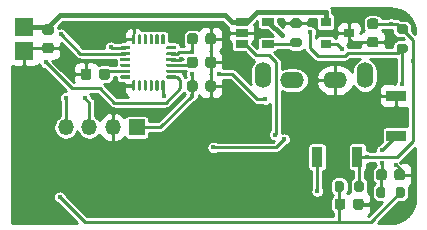
<source format=gbl>
G04 #@! TF.GenerationSoftware,KiCad,Pcbnew,(5.1.10)-1*
G04 #@! TF.CreationDate,2021-10-28T01:20:31+09:00*
G04 #@! TF.ProjectId,cat_tracker,6361745f-7472-4616-936b-65722e6b6963,rev?*
G04 #@! TF.SameCoordinates,Original*
G04 #@! TF.FileFunction,Copper,L2,Bot*
G04 #@! TF.FilePolarity,Positive*
%FSLAX46Y46*%
G04 Gerber Fmt 4.6, Leading zero omitted, Abs format (unit mm)*
G04 Created by KiCad (PCBNEW (5.1.10)-1) date 2021-10-28 01:20:31*
%MOMM*%
%LPD*%
G01*
G04 APERTURE LIST*
G04 #@! TA.AperFunction,SMDPad,CuDef*
%ADD10O,1.350000X1.350000*%
G04 #@! TD*
G04 #@! TA.AperFunction,SMDPad,CuDef*
%ADD11R,1.350000X1.350000*%
G04 #@! TD*
G04 #@! TA.AperFunction,SMDPad,CuDef*
%ADD12R,1.500000X1.500000*%
G04 #@! TD*
G04 #@! TA.AperFunction,ComponentPad*
%ADD13O,2.000000X1.400000*%
G04 #@! TD*
G04 #@! TA.AperFunction,ComponentPad*
%ADD14O,1.400000X2.200000*%
G04 #@! TD*
G04 #@! TA.AperFunction,SMDPad,CuDef*
%ADD15R,0.900000X1.700000*%
G04 #@! TD*
G04 #@! TA.AperFunction,SMDPad,CuDef*
%ADD16R,1.700000X0.900000*%
G04 #@! TD*
G04 #@! TA.AperFunction,SMDPad,CuDef*
%ADD17R,1.060000X0.650000*%
G04 #@! TD*
G04 #@! TA.AperFunction,SMDPad,CuDef*
%ADD18R,0.900000X0.800000*%
G04 #@! TD*
G04 #@! TA.AperFunction,ViaPad*
%ADD19C,0.400000*%
G04 #@! TD*
G04 #@! TA.AperFunction,Conductor*
%ADD20C,0.400000*%
G04 #@! TD*
G04 #@! TA.AperFunction,Conductor*
%ADD21C,0.250000*%
G04 #@! TD*
G04 #@! TA.AperFunction,Conductor*
%ADD22C,0.100000*%
G04 #@! TD*
G04 APERTURE END LIST*
D10*
X35000000Y-40500000D03*
X37000000Y-40500000D03*
X39000000Y-40500000D03*
D11*
X41000000Y-40500000D03*
D12*
X31500000Y-34000000D03*
X31500000Y-32000000D03*
D13*
X54200000Y-36500000D03*
X57800000Y-36500000D03*
D14*
X51675000Y-36100000D03*
X60325000Y-36100000D03*
G04 #@! TA.AperFunction,SMDPad,CuDef*
G36*
G01*
X59425000Y-45775000D02*
X59425000Y-45225000D01*
G75*
G02*
X59625000Y-45025000I200000J0D01*
G01*
X60025000Y-45025000D01*
G75*
G02*
X60225000Y-45225000I0J-200000D01*
G01*
X60225000Y-45775000D01*
G75*
G02*
X60025000Y-45975000I-200000J0D01*
G01*
X59625000Y-45975000D01*
G75*
G02*
X59425000Y-45775000I0J200000D01*
G01*
G37*
G04 #@! TD.AperFunction*
G04 #@! TA.AperFunction,SMDPad,CuDef*
G36*
G01*
X57775000Y-45775000D02*
X57775000Y-45225000D01*
G75*
G02*
X57975000Y-45025000I200000J0D01*
G01*
X58375000Y-45025000D01*
G75*
G02*
X58575000Y-45225000I0J-200000D01*
G01*
X58575000Y-45775000D01*
G75*
G02*
X58375000Y-45975000I-200000J0D01*
G01*
X57975000Y-45975000D01*
G75*
G02*
X57775000Y-45775000I0J200000D01*
G01*
G37*
G04 #@! TD.AperFunction*
G04 #@! TA.AperFunction,SMDPad,CuDef*
G36*
G01*
X63775000Y-32575000D02*
X63225000Y-32575000D01*
G75*
G02*
X63025000Y-32375000I0J200000D01*
G01*
X63025000Y-31975000D01*
G75*
G02*
X63225000Y-31775000I200000J0D01*
G01*
X63775000Y-31775000D01*
G75*
G02*
X63975000Y-31975000I0J-200000D01*
G01*
X63975000Y-32375000D01*
G75*
G02*
X63775000Y-32575000I-200000J0D01*
G01*
G37*
G04 #@! TD.AperFunction*
G04 #@! TA.AperFunction,SMDPad,CuDef*
G36*
G01*
X63775000Y-34225000D02*
X63225000Y-34225000D01*
G75*
G02*
X63025000Y-34025000I0J200000D01*
G01*
X63025000Y-33625000D01*
G75*
G02*
X63225000Y-33425000I200000J0D01*
G01*
X63775000Y-33425000D01*
G75*
G02*
X63975000Y-33625000I0J-200000D01*
G01*
X63975000Y-34025000D01*
G75*
G02*
X63775000Y-34225000I-200000J0D01*
G01*
G37*
G04 #@! TD.AperFunction*
G04 #@! TA.AperFunction,SMDPad,CuDef*
G36*
G01*
X62075000Y-45725000D02*
X62075000Y-46275000D01*
G75*
G02*
X61875000Y-46475000I-200000J0D01*
G01*
X61475000Y-46475000D01*
G75*
G02*
X61275000Y-46275000I0J200000D01*
G01*
X61275000Y-45725000D01*
G75*
G02*
X61475000Y-45525000I200000J0D01*
G01*
X61875000Y-45525000D01*
G75*
G02*
X62075000Y-45725000I0J-200000D01*
G01*
G37*
G04 #@! TD.AperFunction*
G04 #@! TA.AperFunction,SMDPad,CuDef*
G36*
G01*
X63725000Y-45725000D02*
X63725000Y-46275000D01*
G75*
G02*
X63525000Y-46475000I-200000J0D01*
G01*
X63125000Y-46475000D01*
G75*
G02*
X62925000Y-46275000I0J200000D01*
G01*
X62925000Y-45725000D01*
G75*
G02*
X63125000Y-45525000I200000J0D01*
G01*
X63525000Y-45525000D01*
G75*
G02*
X63725000Y-45725000I0J-200000D01*
G01*
G37*
G04 #@! TD.AperFunction*
G04 #@! TA.AperFunction,SMDPad,CuDef*
G36*
G01*
X54775000Y-32075000D02*
X54225000Y-32075000D01*
G75*
G02*
X54025000Y-31875000I0J200000D01*
G01*
X54025000Y-31475000D01*
G75*
G02*
X54225000Y-31275000I200000J0D01*
G01*
X54775000Y-31275000D01*
G75*
G02*
X54975000Y-31475000I0J-200000D01*
G01*
X54975000Y-31875000D01*
G75*
G02*
X54775000Y-32075000I-200000J0D01*
G01*
G37*
G04 #@! TD.AperFunction*
G04 #@! TA.AperFunction,SMDPad,CuDef*
G36*
G01*
X54775000Y-33725000D02*
X54225000Y-33725000D01*
G75*
G02*
X54025000Y-33525000I0J200000D01*
G01*
X54025000Y-33125000D01*
G75*
G02*
X54225000Y-32925000I200000J0D01*
G01*
X54775000Y-32925000D01*
G75*
G02*
X54975000Y-33125000I0J-200000D01*
G01*
X54975000Y-33525000D01*
G75*
G02*
X54775000Y-33725000I-200000J0D01*
G01*
G37*
G04 #@! TD.AperFunction*
G04 #@! TA.AperFunction,SMDPad,CuDef*
G36*
G01*
X59325000Y-47250000D02*
X59325000Y-46750000D01*
G75*
G02*
X59550000Y-46525000I225000J0D01*
G01*
X60000000Y-46525000D01*
G75*
G02*
X60225000Y-46750000I0J-225000D01*
G01*
X60225000Y-47250000D01*
G75*
G02*
X60000000Y-47475000I-225000J0D01*
G01*
X59550000Y-47475000D01*
G75*
G02*
X59325000Y-47250000I0J225000D01*
G01*
G37*
G04 #@! TD.AperFunction*
G04 #@! TA.AperFunction,SMDPad,CuDef*
G36*
G01*
X57775000Y-47250000D02*
X57775000Y-46750000D01*
G75*
G02*
X58000000Y-46525000I225000J0D01*
G01*
X58450000Y-46525000D01*
G75*
G02*
X58675000Y-46750000I0J-225000D01*
G01*
X58675000Y-47250000D01*
G75*
G02*
X58450000Y-47475000I-225000J0D01*
G01*
X58000000Y-47475000D01*
G75*
G02*
X57775000Y-47250000I0J225000D01*
G01*
G37*
G04 #@! TD.AperFunction*
G04 #@! TA.AperFunction,SMDPad,CuDef*
G36*
G01*
X37825000Y-36250000D02*
X37825000Y-35750000D01*
G75*
G02*
X38050000Y-35525000I225000J0D01*
G01*
X38500000Y-35525000D01*
G75*
G02*
X38725000Y-35750000I0J-225000D01*
G01*
X38725000Y-36250000D01*
G75*
G02*
X38500000Y-36475000I-225000J0D01*
G01*
X38050000Y-36475000D01*
G75*
G02*
X37825000Y-36250000I0J225000D01*
G01*
G37*
G04 #@! TD.AperFunction*
G04 #@! TA.AperFunction,SMDPad,CuDef*
G36*
G01*
X36275000Y-36250000D02*
X36275000Y-35750000D01*
G75*
G02*
X36500000Y-35525000I225000J0D01*
G01*
X36950000Y-35525000D01*
G75*
G02*
X37175000Y-35750000I0J-225000D01*
G01*
X37175000Y-36250000D01*
G75*
G02*
X36950000Y-36475000I-225000J0D01*
G01*
X36500000Y-36475000D01*
G75*
G02*
X36275000Y-36250000I0J225000D01*
G01*
G37*
G04 #@! TD.AperFunction*
G04 #@! TA.AperFunction,SMDPad,CuDef*
G36*
G01*
X46175000Y-34750000D02*
X46175000Y-35250000D01*
G75*
G02*
X45950000Y-35475000I-225000J0D01*
G01*
X45500000Y-35475000D01*
G75*
G02*
X45275000Y-35250000I0J225000D01*
G01*
X45275000Y-34750000D01*
G75*
G02*
X45500000Y-34525000I225000J0D01*
G01*
X45950000Y-34525000D01*
G75*
G02*
X46175000Y-34750000I0J-225000D01*
G01*
G37*
G04 #@! TD.AperFunction*
G04 #@! TA.AperFunction,SMDPad,CuDef*
G36*
G01*
X47725000Y-34750000D02*
X47725000Y-35250000D01*
G75*
G02*
X47500000Y-35475000I-225000J0D01*
G01*
X47050000Y-35475000D01*
G75*
G02*
X46825000Y-35250000I0J225000D01*
G01*
X46825000Y-34750000D01*
G75*
G02*
X47050000Y-34525000I225000J0D01*
G01*
X47500000Y-34525000D01*
G75*
G02*
X47725000Y-34750000I0J-225000D01*
G01*
G37*
G04 #@! TD.AperFunction*
G04 #@! TA.AperFunction,SMDPad,CuDef*
G36*
G01*
X46825000Y-37250000D02*
X46825000Y-36750000D01*
G75*
G02*
X47050000Y-36525000I225000J0D01*
G01*
X47500000Y-36525000D01*
G75*
G02*
X47725000Y-36750000I0J-225000D01*
G01*
X47725000Y-37250000D01*
G75*
G02*
X47500000Y-37475000I-225000J0D01*
G01*
X47050000Y-37475000D01*
G75*
G02*
X46825000Y-37250000I0J225000D01*
G01*
G37*
G04 #@! TD.AperFunction*
G04 #@! TA.AperFunction,SMDPad,CuDef*
G36*
G01*
X45275000Y-37250000D02*
X45275000Y-36750000D01*
G75*
G02*
X45500000Y-36525000I225000J0D01*
G01*
X45950000Y-36525000D01*
G75*
G02*
X46175000Y-36750000I0J-225000D01*
G01*
X46175000Y-37250000D01*
G75*
G02*
X45950000Y-37475000I-225000J0D01*
G01*
X45500000Y-37475000D01*
G75*
G02*
X45275000Y-37250000I0J225000D01*
G01*
G37*
G04 #@! TD.AperFunction*
G04 #@! TA.AperFunction,SMDPad,CuDef*
G36*
G01*
X46825000Y-33250000D02*
X46825000Y-32750000D01*
G75*
G02*
X47050000Y-32525000I225000J0D01*
G01*
X47500000Y-32525000D01*
G75*
G02*
X47725000Y-32750000I0J-225000D01*
G01*
X47725000Y-33250000D01*
G75*
G02*
X47500000Y-33475000I-225000J0D01*
G01*
X47050000Y-33475000D01*
G75*
G02*
X46825000Y-33250000I0J225000D01*
G01*
G37*
G04 #@! TD.AperFunction*
G04 #@! TA.AperFunction,SMDPad,CuDef*
G36*
G01*
X45275000Y-33250000D02*
X45275000Y-32750000D01*
G75*
G02*
X45500000Y-32525000I225000J0D01*
G01*
X45950000Y-32525000D01*
G75*
G02*
X46175000Y-32750000I0J-225000D01*
G01*
X46175000Y-33250000D01*
G75*
G02*
X45950000Y-33475000I-225000J0D01*
G01*
X45500000Y-33475000D01*
G75*
G02*
X45275000Y-33250000I0J225000D01*
G01*
G37*
G04 #@! TD.AperFunction*
G04 #@! TA.AperFunction,SMDPad,CuDef*
G36*
G01*
X62825000Y-44750000D02*
X62825000Y-44250000D01*
G75*
G02*
X63050000Y-44025000I225000J0D01*
G01*
X63500000Y-44025000D01*
G75*
G02*
X63725000Y-44250000I0J-225000D01*
G01*
X63725000Y-44750000D01*
G75*
G02*
X63500000Y-44975000I-225000J0D01*
G01*
X63050000Y-44975000D01*
G75*
G02*
X62825000Y-44750000I0J225000D01*
G01*
G37*
G04 #@! TD.AperFunction*
G04 #@! TA.AperFunction,SMDPad,CuDef*
G36*
G01*
X61275000Y-44750000D02*
X61275000Y-44250000D01*
G75*
G02*
X61500000Y-44025000I225000J0D01*
G01*
X61950000Y-44025000D01*
G75*
G02*
X62175000Y-44250000I0J-225000D01*
G01*
X62175000Y-44750000D01*
G75*
G02*
X61950000Y-44975000I-225000J0D01*
G01*
X61500000Y-44975000D01*
G75*
G02*
X61275000Y-44750000I0J225000D01*
G01*
G37*
G04 #@! TD.AperFunction*
G04 #@! TA.AperFunction,SMDPad,CuDef*
G36*
G01*
X60750000Y-32825000D02*
X61250000Y-32825000D01*
G75*
G02*
X61475000Y-33050000I0J-225000D01*
G01*
X61475000Y-33500000D01*
G75*
G02*
X61250000Y-33725000I-225000J0D01*
G01*
X60750000Y-33725000D01*
G75*
G02*
X60525000Y-33500000I0J225000D01*
G01*
X60525000Y-33050000D01*
G75*
G02*
X60750000Y-32825000I225000J0D01*
G01*
G37*
G04 #@! TD.AperFunction*
G04 #@! TA.AperFunction,SMDPad,CuDef*
G36*
G01*
X60750000Y-31275000D02*
X61250000Y-31275000D01*
G75*
G02*
X61475000Y-31500000I0J-225000D01*
G01*
X61475000Y-31950000D01*
G75*
G02*
X61250000Y-32175000I-225000J0D01*
G01*
X60750000Y-32175000D01*
G75*
G02*
X60525000Y-31950000I0J225000D01*
G01*
X60525000Y-31500000D01*
G75*
G02*
X60750000Y-31275000I225000J0D01*
G01*
G37*
G04 #@! TD.AperFunction*
G04 #@! TA.AperFunction,SMDPad,CuDef*
G36*
G01*
X33250000Y-33325000D02*
X33750000Y-33325000D01*
G75*
G02*
X33975000Y-33550000I0J-225000D01*
G01*
X33975000Y-34000000D01*
G75*
G02*
X33750000Y-34225000I-225000J0D01*
G01*
X33250000Y-34225000D01*
G75*
G02*
X33025000Y-34000000I0J225000D01*
G01*
X33025000Y-33550000D01*
G75*
G02*
X33250000Y-33325000I225000J0D01*
G01*
G37*
G04 #@! TD.AperFunction*
G04 #@! TA.AperFunction,SMDPad,CuDef*
G36*
G01*
X33250000Y-31775000D02*
X33750000Y-31775000D01*
G75*
G02*
X33975000Y-32000000I0J-225000D01*
G01*
X33975000Y-32450000D01*
G75*
G02*
X33750000Y-32675000I-225000J0D01*
G01*
X33250000Y-32675000D01*
G75*
G02*
X33025000Y-32450000I0J225000D01*
G01*
X33025000Y-32000000D01*
G75*
G02*
X33250000Y-31775000I225000J0D01*
G01*
G37*
G04 #@! TD.AperFunction*
D15*
X56300000Y-43000000D03*
X59700000Y-43000000D03*
D16*
X63000000Y-41200000D03*
X63000000Y-37800000D03*
G04 #@! TA.AperFunction,SMDPad,CuDef*
G36*
G01*
X40475000Y-33675000D02*
X40475000Y-33825000D01*
G75*
G02*
X40400000Y-33900000I-75000J0D01*
G01*
X39700000Y-33900000D01*
G75*
G02*
X39625000Y-33825000I0J75000D01*
G01*
X39625000Y-33675000D01*
G75*
G02*
X39700000Y-33600000I75000J0D01*
G01*
X40400000Y-33600000D01*
G75*
G02*
X40475000Y-33675000I0J-75000D01*
G01*
G37*
G04 #@! TD.AperFunction*
G04 #@! TA.AperFunction,SMDPad,CuDef*
G36*
G01*
X40475000Y-34175000D02*
X40475000Y-34325000D01*
G75*
G02*
X40400000Y-34400000I-75000J0D01*
G01*
X39700000Y-34400000D01*
G75*
G02*
X39625000Y-34325000I0J75000D01*
G01*
X39625000Y-34175000D01*
G75*
G02*
X39700000Y-34100000I75000J0D01*
G01*
X40400000Y-34100000D01*
G75*
G02*
X40475000Y-34175000I0J-75000D01*
G01*
G37*
G04 #@! TD.AperFunction*
G04 #@! TA.AperFunction,SMDPad,CuDef*
G36*
G01*
X40475000Y-34675000D02*
X40475000Y-34825000D01*
G75*
G02*
X40400000Y-34900000I-75000J0D01*
G01*
X39700000Y-34900000D01*
G75*
G02*
X39625000Y-34825000I0J75000D01*
G01*
X39625000Y-34675000D01*
G75*
G02*
X39700000Y-34600000I75000J0D01*
G01*
X40400000Y-34600000D01*
G75*
G02*
X40475000Y-34675000I0J-75000D01*
G01*
G37*
G04 #@! TD.AperFunction*
G04 #@! TA.AperFunction,SMDPad,CuDef*
G36*
G01*
X40475000Y-35175000D02*
X40475000Y-35325000D01*
G75*
G02*
X40400000Y-35400000I-75000J0D01*
G01*
X39700000Y-35400000D01*
G75*
G02*
X39625000Y-35325000I0J75000D01*
G01*
X39625000Y-35175000D01*
G75*
G02*
X39700000Y-35100000I75000J0D01*
G01*
X40400000Y-35100000D01*
G75*
G02*
X40475000Y-35175000I0J-75000D01*
G01*
G37*
G04 #@! TD.AperFunction*
G04 #@! TA.AperFunction,SMDPad,CuDef*
G36*
G01*
X40475000Y-35675000D02*
X40475000Y-35825000D01*
G75*
G02*
X40400000Y-35900000I-75000J0D01*
G01*
X39700000Y-35900000D01*
G75*
G02*
X39625000Y-35825000I0J75000D01*
G01*
X39625000Y-35675000D01*
G75*
G02*
X39700000Y-35600000I75000J0D01*
G01*
X40400000Y-35600000D01*
G75*
G02*
X40475000Y-35675000I0J-75000D01*
G01*
G37*
G04 #@! TD.AperFunction*
G04 #@! TA.AperFunction,SMDPad,CuDef*
G36*
G01*
X40475000Y-36175000D02*
X40475000Y-36325000D01*
G75*
G02*
X40400000Y-36400000I-75000J0D01*
G01*
X39700000Y-36400000D01*
G75*
G02*
X39625000Y-36325000I0J75000D01*
G01*
X39625000Y-36175000D01*
G75*
G02*
X39700000Y-36100000I75000J0D01*
G01*
X40400000Y-36100000D01*
G75*
G02*
X40475000Y-36175000I0J-75000D01*
G01*
G37*
G04 #@! TD.AperFunction*
G04 #@! TA.AperFunction,SMDPad,CuDef*
G36*
G01*
X40675000Y-36525000D02*
X40825000Y-36525000D01*
G75*
G02*
X40900000Y-36600000I0J-75000D01*
G01*
X40900000Y-37300000D01*
G75*
G02*
X40825000Y-37375000I-75000J0D01*
G01*
X40675000Y-37375000D01*
G75*
G02*
X40600000Y-37300000I0J75000D01*
G01*
X40600000Y-36600000D01*
G75*
G02*
X40675000Y-36525000I75000J0D01*
G01*
G37*
G04 #@! TD.AperFunction*
G04 #@! TA.AperFunction,SMDPad,CuDef*
G36*
G01*
X41175000Y-36525000D02*
X41325000Y-36525000D01*
G75*
G02*
X41400000Y-36600000I0J-75000D01*
G01*
X41400000Y-37300000D01*
G75*
G02*
X41325000Y-37375000I-75000J0D01*
G01*
X41175000Y-37375000D01*
G75*
G02*
X41100000Y-37300000I0J75000D01*
G01*
X41100000Y-36600000D01*
G75*
G02*
X41175000Y-36525000I75000J0D01*
G01*
G37*
G04 #@! TD.AperFunction*
G04 #@! TA.AperFunction,SMDPad,CuDef*
G36*
G01*
X41675000Y-36525000D02*
X41825000Y-36525000D01*
G75*
G02*
X41900000Y-36600000I0J-75000D01*
G01*
X41900000Y-37300000D01*
G75*
G02*
X41825000Y-37375000I-75000J0D01*
G01*
X41675000Y-37375000D01*
G75*
G02*
X41600000Y-37300000I0J75000D01*
G01*
X41600000Y-36600000D01*
G75*
G02*
X41675000Y-36525000I75000J0D01*
G01*
G37*
G04 #@! TD.AperFunction*
G04 #@! TA.AperFunction,SMDPad,CuDef*
G36*
G01*
X42175000Y-36525000D02*
X42325000Y-36525000D01*
G75*
G02*
X42400000Y-36600000I0J-75000D01*
G01*
X42400000Y-37300000D01*
G75*
G02*
X42325000Y-37375000I-75000J0D01*
G01*
X42175000Y-37375000D01*
G75*
G02*
X42100000Y-37300000I0J75000D01*
G01*
X42100000Y-36600000D01*
G75*
G02*
X42175000Y-36525000I75000J0D01*
G01*
G37*
G04 #@! TD.AperFunction*
G04 #@! TA.AperFunction,SMDPad,CuDef*
G36*
G01*
X42675000Y-36525000D02*
X42825000Y-36525000D01*
G75*
G02*
X42900000Y-36600000I0J-75000D01*
G01*
X42900000Y-37300000D01*
G75*
G02*
X42825000Y-37375000I-75000J0D01*
G01*
X42675000Y-37375000D01*
G75*
G02*
X42600000Y-37300000I0J75000D01*
G01*
X42600000Y-36600000D01*
G75*
G02*
X42675000Y-36525000I75000J0D01*
G01*
G37*
G04 #@! TD.AperFunction*
G04 #@! TA.AperFunction,SMDPad,CuDef*
G36*
G01*
X43175000Y-36525000D02*
X43325000Y-36525000D01*
G75*
G02*
X43400000Y-36600000I0J-75000D01*
G01*
X43400000Y-37300000D01*
G75*
G02*
X43325000Y-37375000I-75000J0D01*
G01*
X43175000Y-37375000D01*
G75*
G02*
X43100000Y-37300000I0J75000D01*
G01*
X43100000Y-36600000D01*
G75*
G02*
X43175000Y-36525000I75000J0D01*
G01*
G37*
G04 #@! TD.AperFunction*
G04 #@! TA.AperFunction,SMDPad,CuDef*
G36*
G01*
X44375000Y-36175000D02*
X44375000Y-36325000D01*
G75*
G02*
X44300000Y-36400000I-75000J0D01*
G01*
X43600000Y-36400000D01*
G75*
G02*
X43525000Y-36325000I0J75000D01*
G01*
X43525000Y-36175000D01*
G75*
G02*
X43600000Y-36100000I75000J0D01*
G01*
X44300000Y-36100000D01*
G75*
G02*
X44375000Y-36175000I0J-75000D01*
G01*
G37*
G04 #@! TD.AperFunction*
G04 #@! TA.AperFunction,SMDPad,CuDef*
G36*
G01*
X44375000Y-35675000D02*
X44375000Y-35825000D01*
G75*
G02*
X44300000Y-35900000I-75000J0D01*
G01*
X43600000Y-35900000D01*
G75*
G02*
X43525000Y-35825000I0J75000D01*
G01*
X43525000Y-35675000D01*
G75*
G02*
X43600000Y-35600000I75000J0D01*
G01*
X44300000Y-35600000D01*
G75*
G02*
X44375000Y-35675000I0J-75000D01*
G01*
G37*
G04 #@! TD.AperFunction*
G04 #@! TA.AperFunction,SMDPad,CuDef*
G36*
G01*
X44375000Y-35175000D02*
X44375000Y-35325000D01*
G75*
G02*
X44300000Y-35400000I-75000J0D01*
G01*
X43600000Y-35400000D01*
G75*
G02*
X43525000Y-35325000I0J75000D01*
G01*
X43525000Y-35175000D01*
G75*
G02*
X43600000Y-35100000I75000J0D01*
G01*
X44300000Y-35100000D01*
G75*
G02*
X44375000Y-35175000I0J-75000D01*
G01*
G37*
G04 #@! TD.AperFunction*
G04 #@! TA.AperFunction,SMDPad,CuDef*
G36*
G01*
X44375000Y-34675000D02*
X44375000Y-34825000D01*
G75*
G02*
X44300000Y-34900000I-75000J0D01*
G01*
X43600000Y-34900000D01*
G75*
G02*
X43525000Y-34825000I0J75000D01*
G01*
X43525000Y-34675000D01*
G75*
G02*
X43600000Y-34600000I75000J0D01*
G01*
X44300000Y-34600000D01*
G75*
G02*
X44375000Y-34675000I0J-75000D01*
G01*
G37*
G04 #@! TD.AperFunction*
G04 #@! TA.AperFunction,SMDPad,CuDef*
G36*
G01*
X44375000Y-34175000D02*
X44375000Y-34325000D01*
G75*
G02*
X44300000Y-34400000I-75000J0D01*
G01*
X43600000Y-34400000D01*
G75*
G02*
X43525000Y-34325000I0J75000D01*
G01*
X43525000Y-34175000D01*
G75*
G02*
X43600000Y-34100000I75000J0D01*
G01*
X44300000Y-34100000D01*
G75*
G02*
X44375000Y-34175000I0J-75000D01*
G01*
G37*
G04 #@! TD.AperFunction*
G04 #@! TA.AperFunction,SMDPad,CuDef*
G36*
G01*
X44375000Y-33675000D02*
X44375000Y-33825000D01*
G75*
G02*
X44300000Y-33900000I-75000J0D01*
G01*
X43600000Y-33900000D01*
G75*
G02*
X43525000Y-33825000I0J75000D01*
G01*
X43525000Y-33675000D01*
G75*
G02*
X43600000Y-33600000I75000J0D01*
G01*
X44300000Y-33600000D01*
G75*
G02*
X44375000Y-33675000I0J-75000D01*
G01*
G37*
G04 #@! TD.AperFunction*
G04 #@! TA.AperFunction,SMDPad,CuDef*
G36*
G01*
X43175000Y-32625000D02*
X43325000Y-32625000D01*
G75*
G02*
X43400000Y-32700000I0J-75000D01*
G01*
X43400000Y-33400000D01*
G75*
G02*
X43325000Y-33475000I-75000J0D01*
G01*
X43175000Y-33475000D01*
G75*
G02*
X43100000Y-33400000I0J75000D01*
G01*
X43100000Y-32700000D01*
G75*
G02*
X43175000Y-32625000I75000J0D01*
G01*
G37*
G04 #@! TD.AperFunction*
G04 #@! TA.AperFunction,SMDPad,CuDef*
G36*
G01*
X42675000Y-32625000D02*
X42825000Y-32625000D01*
G75*
G02*
X42900000Y-32700000I0J-75000D01*
G01*
X42900000Y-33400000D01*
G75*
G02*
X42825000Y-33475000I-75000J0D01*
G01*
X42675000Y-33475000D01*
G75*
G02*
X42600000Y-33400000I0J75000D01*
G01*
X42600000Y-32700000D01*
G75*
G02*
X42675000Y-32625000I75000J0D01*
G01*
G37*
G04 #@! TD.AperFunction*
G04 #@! TA.AperFunction,SMDPad,CuDef*
G36*
G01*
X42175000Y-32625000D02*
X42325000Y-32625000D01*
G75*
G02*
X42400000Y-32700000I0J-75000D01*
G01*
X42400000Y-33400000D01*
G75*
G02*
X42325000Y-33475000I-75000J0D01*
G01*
X42175000Y-33475000D01*
G75*
G02*
X42100000Y-33400000I0J75000D01*
G01*
X42100000Y-32700000D01*
G75*
G02*
X42175000Y-32625000I75000J0D01*
G01*
G37*
G04 #@! TD.AperFunction*
G04 #@! TA.AperFunction,SMDPad,CuDef*
G36*
G01*
X41675000Y-32625000D02*
X41825000Y-32625000D01*
G75*
G02*
X41900000Y-32700000I0J-75000D01*
G01*
X41900000Y-33400000D01*
G75*
G02*
X41825000Y-33475000I-75000J0D01*
G01*
X41675000Y-33475000D01*
G75*
G02*
X41600000Y-33400000I0J75000D01*
G01*
X41600000Y-32700000D01*
G75*
G02*
X41675000Y-32625000I75000J0D01*
G01*
G37*
G04 #@! TD.AperFunction*
G04 #@! TA.AperFunction,SMDPad,CuDef*
G36*
G01*
X41175000Y-32625000D02*
X41325000Y-32625000D01*
G75*
G02*
X41400000Y-32700000I0J-75000D01*
G01*
X41400000Y-33400000D01*
G75*
G02*
X41325000Y-33475000I-75000J0D01*
G01*
X41175000Y-33475000D01*
G75*
G02*
X41100000Y-33400000I0J75000D01*
G01*
X41100000Y-32700000D01*
G75*
G02*
X41175000Y-32625000I75000J0D01*
G01*
G37*
G04 #@! TD.AperFunction*
G04 #@! TA.AperFunction,SMDPad,CuDef*
G36*
G01*
X40675000Y-32625000D02*
X40825000Y-32625000D01*
G75*
G02*
X40900000Y-32700000I0J-75000D01*
G01*
X40900000Y-33400000D01*
G75*
G02*
X40825000Y-33475000I-75000J0D01*
G01*
X40675000Y-33475000D01*
G75*
G02*
X40600000Y-33400000I0J75000D01*
G01*
X40600000Y-32700000D01*
G75*
G02*
X40675000Y-32625000I75000J0D01*
G01*
G37*
G04 #@! TD.AperFunction*
D17*
X52100000Y-33450000D03*
X52100000Y-31550000D03*
X49900000Y-31550000D03*
X49900000Y-32500000D03*
X49900000Y-33450000D03*
D18*
X59000000Y-32500000D03*
X57000000Y-31550000D03*
X57000000Y-33450000D03*
D19*
X53275000Y-32675000D03*
X44800000Y-34700000D03*
X61400000Y-39400000D03*
X61100000Y-47100000D03*
X63000000Y-43700000D03*
X39200000Y-37100000D03*
X51000000Y-47500000D03*
X45000000Y-35900000D03*
X35900000Y-42300000D03*
X59500000Y-31000000D03*
X48500000Y-32500000D03*
X57000000Y-30700000D03*
X62525000Y-31725000D03*
X43300000Y-37800000D03*
X45700000Y-37800000D03*
X45700000Y-36000000D03*
X45700000Y-34100000D03*
X60500000Y-43000000D03*
X48000000Y-36000000D03*
X51900000Y-38100000D03*
X64400000Y-34900000D03*
X61800000Y-42400000D03*
X61800000Y-43525000D03*
X47500000Y-42200000D03*
X53500000Y-41500000D03*
X36594998Y-38000000D03*
X35000000Y-38000000D03*
X52700000Y-41100000D03*
X34500000Y-46400000D03*
X55700000Y-32400000D03*
X63500000Y-36800000D03*
X34600000Y-32600000D03*
X38800000Y-33700000D03*
X33300000Y-35000000D03*
X56300000Y-45900000D03*
X58400000Y-33900000D03*
D20*
X52150000Y-31550000D02*
X53275000Y-32675000D01*
X52100000Y-31550000D02*
X52150000Y-31550000D01*
D21*
X44750000Y-34750000D02*
X44800000Y-34700000D01*
X43950000Y-34750000D02*
X44750000Y-34750000D01*
X48000000Y-33000000D02*
X47275000Y-33000000D01*
X47275000Y-33000000D02*
X47275000Y-37000000D01*
X48500000Y-32500000D02*
X48500000Y-32500000D01*
X60700000Y-39400000D02*
X61400000Y-39400000D01*
X59875000Y-47100000D02*
X59775000Y-47000000D01*
X61100000Y-47100000D02*
X59875000Y-47100000D01*
X63275000Y-43975000D02*
X63000000Y-43700000D01*
X63275000Y-44500000D02*
X63275000Y-43975000D01*
X31725000Y-33775000D02*
X31500000Y-34000000D01*
X33500000Y-33775000D02*
X31725000Y-33775000D01*
X44850000Y-35750000D02*
X45000000Y-35900000D01*
X43950000Y-35750000D02*
X44850000Y-35750000D01*
X61000000Y-33275000D02*
X59225000Y-33275000D01*
X59000000Y-33050000D02*
X59000000Y-32500000D01*
X59225000Y-33275000D02*
X59000000Y-33050000D01*
X48500000Y-32500000D02*
X49900000Y-32500000D01*
D20*
X33275000Y-32000000D02*
X33500000Y-32225000D01*
X31500000Y-32000000D02*
X33275000Y-32000000D01*
X33500000Y-32225000D02*
X33500000Y-32000000D01*
X33500000Y-32000000D02*
X34500000Y-31000000D01*
X34500000Y-31000000D02*
X48500000Y-31000000D01*
X49050000Y-31550000D02*
X49900000Y-31550000D01*
X48500000Y-31000000D02*
X49050000Y-31550000D01*
X49900000Y-31550000D02*
X50350000Y-31550000D01*
X50350000Y-31550000D02*
X51200000Y-30700000D01*
X57000000Y-31550000D02*
X57000000Y-30700000D01*
X51200000Y-30700000D02*
X57000000Y-30700000D01*
D21*
X63050000Y-31725000D02*
X63500000Y-32175000D01*
X62525000Y-31725000D02*
X63050000Y-31725000D01*
X61000000Y-31725000D02*
X62525000Y-31725000D01*
X43250000Y-37750000D02*
X43300000Y-37800000D01*
X43250000Y-36950000D02*
X43250000Y-37750000D01*
X45700000Y-37025000D02*
X45725000Y-37000000D01*
X45700000Y-37800000D02*
X45700000Y-37025000D01*
X45725000Y-36025000D02*
X45700000Y-36000000D01*
X45725000Y-37000000D02*
X45725000Y-36025000D01*
X45700000Y-33025000D02*
X45725000Y-33000000D01*
X45700000Y-34100000D02*
X45700000Y-33025000D01*
X44590702Y-34100000D02*
X45700000Y-34100000D01*
X44440702Y-34250000D02*
X44590702Y-34100000D01*
X43950000Y-34250000D02*
X44440702Y-34250000D01*
X64400000Y-33075000D02*
X63500000Y-32175000D01*
X64400000Y-34200000D02*
X64400000Y-33075000D01*
X64400000Y-41685002D02*
X63085002Y-43000000D01*
X59825000Y-43125000D02*
X59700000Y-43000000D01*
X59825000Y-45500000D02*
X59825000Y-43125000D01*
X60500000Y-43000000D02*
X59700000Y-43000000D01*
X63085002Y-43000000D02*
X60500000Y-43000000D01*
X43000000Y-40500000D02*
X45700000Y-37800000D01*
X41000000Y-40500000D02*
X43000000Y-40500000D01*
X48000000Y-36000000D02*
X49100000Y-36000000D01*
X51200000Y-38100000D02*
X51900000Y-38100000D01*
X49100000Y-36000000D02*
X51200000Y-38100000D01*
X64400000Y-34900000D02*
X64400000Y-41685002D01*
X64400000Y-34200000D02*
X64400000Y-34900000D01*
X63000000Y-41200000D02*
X61800000Y-42400000D01*
X61800000Y-44425000D02*
X61725000Y-44500000D01*
X61800000Y-43525000D02*
X61800000Y-44425000D01*
X61725000Y-45950000D02*
X61675000Y-46000000D01*
X61725000Y-44500000D02*
X61725000Y-45950000D01*
X38525000Y-35750000D02*
X38275000Y-36000000D01*
X40050000Y-35750000D02*
X38525000Y-35750000D01*
X47500000Y-42200000D02*
X51200000Y-42200000D01*
X52800000Y-42200000D02*
X53500000Y-41500000D01*
X51200000Y-42200000D02*
X52800000Y-42200000D01*
X37000000Y-38405002D02*
X36594998Y-38000000D01*
X37000000Y-40500000D02*
X37000000Y-38405002D01*
X35000000Y-38000000D02*
X35000000Y-40500000D01*
X49900000Y-33450000D02*
X50150000Y-33450000D01*
X50150000Y-33450000D02*
X51100000Y-34400000D01*
X51100000Y-34400000D02*
X52200000Y-34400000D01*
X52200000Y-34400000D02*
X52800000Y-35000000D01*
X52800000Y-41000000D02*
X52700000Y-41100000D01*
X52800000Y-35000000D02*
X52800000Y-41000000D01*
X54375000Y-33450000D02*
X54500000Y-33325000D01*
X52100000Y-33450000D02*
X54375000Y-33450000D01*
X34500000Y-46400000D02*
X36600000Y-48500000D01*
X60825000Y-48500000D02*
X63325000Y-46000000D01*
X58175000Y-48475000D02*
X58200000Y-48500000D01*
X58175000Y-45500000D02*
X58175000Y-48475000D01*
X58200000Y-48500000D02*
X60825000Y-48500000D01*
X36600000Y-48500000D02*
X58200000Y-48500000D01*
X55700000Y-33800000D02*
X55700000Y-32400000D01*
X56325001Y-34425001D02*
X55700000Y-33800000D01*
X58652001Y-34425001D02*
X56325001Y-34425001D01*
X58877002Y-34200000D02*
X58652001Y-34425001D01*
X63125000Y-34200000D02*
X58877002Y-34200000D01*
X63500000Y-33825000D02*
X63125000Y-34200000D01*
X63500000Y-33825000D02*
X63500000Y-36800000D01*
X36250000Y-34250000D02*
X34600000Y-32600000D01*
X40050000Y-34250000D02*
X36250000Y-34250000D01*
X38850000Y-33750000D02*
X38800000Y-33700000D01*
X40050000Y-33750000D02*
X38850000Y-33750000D01*
X43950000Y-36250000D02*
X44450000Y-36250000D01*
X44450000Y-36250000D02*
X44700000Y-36500000D01*
X44700000Y-36500000D02*
X44700000Y-37200000D01*
X44700000Y-37200000D02*
X43500000Y-38400000D01*
X43500000Y-38400000D02*
X39100000Y-38400000D01*
X39100000Y-38400000D02*
X37900000Y-37200000D01*
X37900000Y-37200000D02*
X35500000Y-37200000D01*
X35500000Y-37200000D02*
X33300000Y-35000000D01*
X45475000Y-35250000D02*
X45725000Y-35000000D01*
X43950000Y-35250000D02*
X45475000Y-35250000D01*
X56300000Y-43000000D02*
X56300000Y-45900000D01*
X57950000Y-33450000D02*
X58400000Y-33900000D01*
X57000000Y-33450000D02*
X57950000Y-33450000D01*
X64596000Y-46480239D02*
X64554181Y-46906740D01*
X64436058Y-47297983D01*
X64244190Y-47658835D01*
X63985885Y-47975549D01*
X63670985Y-48236056D01*
X63311481Y-48430440D01*
X62921068Y-48551292D01*
X62495698Y-48596000D01*
X61441763Y-48596000D01*
X63181931Y-46855833D01*
X63525000Y-46855833D01*
X63638315Y-46844672D01*
X63747275Y-46811620D01*
X63847694Y-46757945D01*
X63935711Y-46685711D01*
X64007945Y-46597694D01*
X64061620Y-46497275D01*
X64094672Y-46388315D01*
X64105833Y-46275000D01*
X64105833Y-45725000D01*
X64094672Y-45611685D01*
X64064256Y-45511415D01*
X64078378Y-45503867D01*
X64174764Y-45424764D01*
X64253867Y-45328378D01*
X64312646Y-45218411D01*
X64348841Y-45099090D01*
X64361063Y-44975000D01*
X64358000Y-44660250D01*
X64199750Y-44502000D01*
X63277000Y-44502000D01*
X63277000Y-44522000D01*
X63273000Y-44522000D01*
X63273000Y-44502000D01*
X63253000Y-44502000D01*
X63253000Y-44498000D01*
X63273000Y-44498000D01*
X63273000Y-44478000D01*
X63277000Y-44478000D01*
X63277000Y-44498000D01*
X64199750Y-44498000D01*
X64358000Y-44339750D01*
X64361063Y-44025000D01*
X64348841Y-43900910D01*
X64312646Y-43781589D01*
X64253867Y-43671622D01*
X64174764Y-43575236D01*
X64078378Y-43496133D01*
X63968411Y-43437354D01*
X63849090Y-43401159D01*
X63725000Y-43388937D01*
X63435250Y-43392000D01*
X63277002Y-43550248D01*
X63277002Y-43468436D01*
X63278807Y-43467888D01*
X63366364Y-43421088D01*
X63443108Y-43358106D01*
X63458892Y-43338873D01*
X64596000Y-42201766D01*
X64596000Y-46480239D01*
G04 #@! TA.AperFunction,Conductor*
D22*
G36*
X64596000Y-46480239D02*
G01*
X64554181Y-46906740D01*
X64436058Y-47297983D01*
X64244190Y-47658835D01*
X63985885Y-47975549D01*
X63670985Y-48236056D01*
X63311481Y-48430440D01*
X62921068Y-48551292D01*
X62495698Y-48596000D01*
X61441763Y-48596000D01*
X63181931Y-46855833D01*
X63525000Y-46855833D01*
X63638315Y-46844672D01*
X63747275Y-46811620D01*
X63847694Y-46757945D01*
X63935711Y-46685711D01*
X64007945Y-46597694D01*
X64061620Y-46497275D01*
X64094672Y-46388315D01*
X64105833Y-46275000D01*
X64105833Y-45725000D01*
X64094672Y-45611685D01*
X64064256Y-45511415D01*
X64078378Y-45503867D01*
X64174764Y-45424764D01*
X64253867Y-45328378D01*
X64312646Y-45218411D01*
X64348841Y-45099090D01*
X64361063Y-44975000D01*
X64358000Y-44660250D01*
X64199750Y-44502000D01*
X63277000Y-44502000D01*
X63277000Y-44522000D01*
X63273000Y-44522000D01*
X63273000Y-44502000D01*
X63253000Y-44502000D01*
X63253000Y-44498000D01*
X63273000Y-44498000D01*
X63273000Y-44478000D01*
X63277000Y-44478000D01*
X63277000Y-44498000D01*
X64199750Y-44498000D01*
X64358000Y-44339750D01*
X64361063Y-44025000D01*
X64348841Y-43900910D01*
X64312646Y-43781589D01*
X64253867Y-43671622D01*
X64174764Y-43575236D01*
X64078378Y-43496133D01*
X63968411Y-43437354D01*
X63849090Y-43401159D01*
X63725000Y-43388937D01*
X63435250Y-43392000D01*
X63277002Y-43550248D01*
X63277002Y-43468436D01*
X63278807Y-43467888D01*
X63366364Y-43421088D01*
X63443108Y-43358106D01*
X63458892Y-43338873D01*
X64596000Y-42201766D01*
X64596000Y-46480239D01*
G37*
G04 #@! TD.AperFunction*
D21*
X51189167Y-31875000D02*
X51196485Y-31949297D01*
X51218156Y-32020738D01*
X51253349Y-32086579D01*
X51300710Y-32144290D01*
X51358421Y-32191651D01*
X51424262Y-32226844D01*
X51495703Y-32248515D01*
X51570000Y-32255833D01*
X52037004Y-32255833D01*
X52525337Y-32744167D01*
X51570000Y-32744167D01*
X51495703Y-32751485D01*
X51424262Y-32773156D01*
X51358421Y-32808349D01*
X51300710Y-32855710D01*
X51253349Y-32913421D01*
X51218156Y-32979262D01*
X51196485Y-33050703D01*
X51189167Y-33125000D01*
X51189167Y-33775000D01*
X51189320Y-33776557D01*
X50810833Y-33398070D01*
X50810833Y-33331335D01*
X50879764Y-33274764D01*
X50958867Y-33178378D01*
X51017646Y-33068411D01*
X51053841Y-32949090D01*
X51066063Y-32825000D01*
X51063000Y-32660250D01*
X50904750Y-32502000D01*
X49902000Y-32502000D01*
X49902000Y-32522000D01*
X49898000Y-32522000D01*
X49898000Y-32502000D01*
X48895250Y-32502000D01*
X48737000Y-32660250D01*
X48733937Y-32825000D01*
X48746159Y-32949090D01*
X48782354Y-33068411D01*
X48841133Y-33178378D01*
X48920236Y-33274764D01*
X48989167Y-33331335D01*
X48989167Y-33775000D01*
X48996485Y-33849297D01*
X49018156Y-33920738D01*
X49053349Y-33986579D01*
X49100710Y-34044290D01*
X49158421Y-34091651D01*
X49224262Y-34126844D01*
X49295703Y-34148515D01*
X49370000Y-34155833D01*
X50143070Y-34155833D01*
X50726114Y-34738878D01*
X50741894Y-34758106D01*
X50818638Y-34821088D01*
X50906195Y-34867888D01*
X50965993Y-34886028D01*
X50908342Y-34933341D01*
X50773505Y-35097640D01*
X50673312Y-35285087D01*
X50611613Y-35488479D01*
X50596000Y-35647000D01*
X50596000Y-36552999D01*
X50611613Y-36711520D01*
X50649639Y-36836875D01*
X49473890Y-35661127D01*
X49458106Y-35641894D01*
X49381362Y-35578912D01*
X49293805Y-35532112D01*
X49198801Y-35503293D01*
X49124754Y-35496000D01*
X49100000Y-35493562D01*
X49075246Y-35496000D01*
X48358995Y-35496000D01*
X48361063Y-35475000D01*
X48358000Y-35160250D01*
X48199750Y-35002000D01*
X47277000Y-35002000D01*
X47277000Y-35949750D01*
X47327250Y-36000000D01*
X47277000Y-36050250D01*
X47277000Y-36998000D01*
X48199750Y-36998000D01*
X48358000Y-36839750D01*
X48361063Y-36525000D01*
X48358995Y-36504000D01*
X48891237Y-36504000D01*
X50826114Y-38438878D01*
X50841894Y-38458106D01*
X50918638Y-38521088D01*
X51006195Y-38567888D01*
X51101199Y-38596707D01*
X51175246Y-38604000D01*
X51175248Y-38604000D01*
X51199999Y-38606438D01*
X51224750Y-38604000D01*
X51612115Y-38604000D01*
X51625740Y-38613104D01*
X51731112Y-38656750D01*
X51842973Y-38679000D01*
X51957027Y-38679000D01*
X52068888Y-38656750D01*
X52174260Y-38613104D01*
X52269091Y-38549739D01*
X52296001Y-38522829D01*
X52296001Y-40685169D01*
X52250261Y-40730909D01*
X52186896Y-40825740D01*
X52143250Y-40931112D01*
X52121000Y-41042973D01*
X52121000Y-41157027D01*
X52143250Y-41268888D01*
X52186896Y-41374260D01*
X52250261Y-41469091D01*
X52330909Y-41549739D01*
X52425740Y-41613104D01*
X52531112Y-41656750D01*
X52614000Y-41673237D01*
X52591237Y-41696000D01*
X47787885Y-41696000D01*
X47774260Y-41686896D01*
X47668888Y-41643250D01*
X47557027Y-41621000D01*
X47442973Y-41621000D01*
X47331112Y-41643250D01*
X47225740Y-41686896D01*
X47130909Y-41750261D01*
X47050261Y-41830909D01*
X46986896Y-41925740D01*
X46943250Y-42031112D01*
X46921000Y-42142973D01*
X46921000Y-42257027D01*
X46943250Y-42368888D01*
X46986896Y-42474260D01*
X47050261Y-42569091D01*
X47130909Y-42649739D01*
X47225740Y-42713104D01*
X47331112Y-42756750D01*
X47442973Y-42779000D01*
X47557027Y-42779000D01*
X47668888Y-42756750D01*
X47774260Y-42713104D01*
X47787885Y-42704000D01*
X52775246Y-42704000D01*
X52800000Y-42706438D01*
X52898801Y-42696707D01*
X52993805Y-42667888D01*
X53081362Y-42621088D01*
X53158106Y-42558106D01*
X53173890Y-42538873D01*
X53562763Y-42150000D01*
X55469167Y-42150000D01*
X55469167Y-43850000D01*
X55476485Y-43924297D01*
X55498156Y-43995738D01*
X55533349Y-44061579D01*
X55580710Y-44119290D01*
X55638421Y-44166651D01*
X55704262Y-44201844D01*
X55775703Y-44223515D01*
X55796000Y-44225514D01*
X55796001Y-45612114D01*
X55786896Y-45625740D01*
X55743250Y-45731112D01*
X55721000Y-45842973D01*
X55721000Y-45957027D01*
X55743250Y-46068888D01*
X55786896Y-46174260D01*
X55850261Y-46269091D01*
X55930909Y-46349739D01*
X56025740Y-46413104D01*
X56131112Y-46456750D01*
X56242973Y-46479000D01*
X56357027Y-46479000D01*
X56468888Y-46456750D01*
X56574260Y-46413104D01*
X56669091Y-46349739D01*
X56749739Y-46269091D01*
X56813104Y-46174260D01*
X56856750Y-46068888D01*
X56879000Y-45957027D01*
X56879000Y-45842973D01*
X56856750Y-45731112D01*
X56813104Y-45625740D01*
X56804000Y-45612115D01*
X56804000Y-44225514D01*
X56824297Y-44223515D01*
X56895738Y-44201844D01*
X56961579Y-44166651D01*
X57019290Y-44119290D01*
X57066651Y-44061579D01*
X57101844Y-43995738D01*
X57123515Y-43924297D01*
X57130833Y-43850000D01*
X57130833Y-42150000D01*
X57123515Y-42075703D01*
X57101844Y-42004262D01*
X57066651Y-41938421D01*
X57019290Y-41880710D01*
X56961579Y-41833349D01*
X56895738Y-41798156D01*
X56824297Y-41776485D01*
X56750000Y-41769167D01*
X55850000Y-41769167D01*
X55775703Y-41776485D01*
X55704262Y-41798156D01*
X55638421Y-41833349D01*
X55580710Y-41880710D01*
X55533349Y-41938421D01*
X55498156Y-42004262D01*
X55476485Y-42075703D01*
X55469167Y-42150000D01*
X53562763Y-42150000D01*
X53652817Y-42059947D01*
X53668888Y-42056750D01*
X53774260Y-42013104D01*
X53869091Y-41949739D01*
X53949739Y-41869091D01*
X54013104Y-41774260D01*
X54056750Y-41668888D01*
X54079000Y-41557027D01*
X54079000Y-41442973D01*
X54056750Y-41331112D01*
X54013104Y-41225740D01*
X53949739Y-41130909D01*
X53869091Y-41050261D01*
X53774260Y-40986896D01*
X53668888Y-40943250D01*
X53557027Y-40921000D01*
X53442973Y-40921000D01*
X53331112Y-40943250D01*
X53304000Y-40954480D01*
X53304000Y-38250000D01*
X61513937Y-38250000D01*
X61526159Y-38374090D01*
X61562354Y-38493411D01*
X61621133Y-38603378D01*
X61700236Y-38699764D01*
X61796622Y-38778867D01*
X61906589Y-38837646D01*
X62025910Y-38873841D01*
X62150000Y-38886063D01*
X62839750Y-38883000D01*
X62998000Y-38724750D01*
X62998000Y-37802000D01*
X61675250Y-37802000D01*
X61517000Y-37960250D01*
X61513937Y-38250000D01*
X53304000Y-38250000D01*
X53304000Y-37404896D01*
X53485087Y-37501689D01*
X53688479Y-37563387D01*
X53847000Y-37579000D01*
X54553000Y-37579000D01*
X54711521Y-37563387D01*
X54914913Y-37501689D01*
X55102360Y-37401496D01*
X55266659Y-37266659D01*
X55401496Y-37102360D01*
X55501689Y-36914913D01*
X55563387Y-36711521D01*
X55563487Y-36710502D01*
X56183726Y-36710502D01*
X56192222Y-36758093D01*
X56267702Y-37008269D01*
X56390539Y-37238912D01*
X56556012Y-37441159D01*
X56757762Y-37607238D01*
X56988035Y-37730766D01*
X57237983Y-37806997D01*
X57498000Y-37833000D01*
X57798000Y-37833000D01*
X57798000Y-36502000D01*
X56325252Y-36502000D01*
X56183726Y-36710502D01*
X55563487Y-36710502D01*
X55584220Y-36500000D01*
X55563488Y-36289498D01*
X56183726Y-36289498D01*
X56325252Y-36498000D01*
X57798000Y-36498000D01*
X57798000Y-35167000D01*
X57498000Y-35167000D01*
X57237983Y-35193003D01*
X56988035Y-35269234D01*
X56757762Y-35392762D01*
X56556012Y-35558841D01*
X56390539Y-35761088D01*
X56267702Y-35991731D01*
X56192222Y-36241907D01*
X56183726Y-36289498D01*
X55563488Y-36289498D01*
X55563387Y-36288479D01*
X55501689Y-36085087D01*
X55401496Y-35897640D01*
X55266659Y-35733341D01*
X55102360Y-35598504D01*
X54914913Y-35498311D01*
X54711521Y-35436613D01*
X54553000Y-35421000D01*
X53847000Y-35421000D01*
X53688479Y-35436613D01*
X53485087Y-35498311D01*
X53304000Y-35595104D01*
X53304000Y-35024753D01*
X53306438Y-34999999D01*
X53296707Y-34901198D01*
X53273592Y-34825000D01*
X53267888Y-34806195D01*
X53221088Y-34718638D01*
X53158106Y-34641894D01*
X53138878Y-34626114D01*
X52665135Y-34152372D01*
X52704297Y-34148515D01*
X52775738Y-34126844D01*
X52841579Y-34091651D01*
X52899290Y-34044290D01*
X52946651Y-33986579D01*
X52964065Y-33954000D01*
X53836574Y-33954000D01*
X53902306Y-34007945D01*
X54002725Y-34061620D01*
X54111685Y-34094672D01*
X54225000Y-34105833D01*
X54775000Y-34105833D01*
X54888315Y-34094672D01*
X54997275Y-34061620D01*
X55097694Y-34007945D01*
X55185711Y-33935711D01*
X55206723Y-33910108D01*
X55210223Y-33921645D01*
X55232112Y-33993804D01*
X55278912Y-34081362D01*
X55341894Y-34158106D01*
X55361127Y-34173890D01*
X55951115Y-34763879D01*
X55966895Y-34783107D01*
X56043639Y-34846089D01*
X56131196Y-34892889D01*
X56197380Y-34912966D01*
X56226199Y-34921708D01*
X56325001Y-34931439D01*
X56349755Y-34929001D01*
X58627247Y-34929001D01*
X58652001Y-34931439D01*
X58750802Y-34921708D01*
X58845806Y-34892889D01*
X58933363Y-34846089D01*
X59010107Y-34783107D01*
X59025891Y-34763874D01*
X59085765Y-34704000D01*
X59899445Y-34704000D01*
X59722641Y-34798504D01*
X59558342Y-34933341D01*
X59423505Y-35097640D01*
X59323312Y-35285087D01*
X59261613Y-35488479D01*
X59246000Y-35647000D01*
X59246000Y-35829695D01*
X59209461Y-35761088D01*
X59043988Y-35558841D01*
X58842238Y-35392762D01*
X58611965Y-35269234D01*
X58362017Y-35193003D01*
X58102000Y-35167000D01*
X57802000Y-35167000D01*
X57802000Y-36498000D01*
X57822000Y-36498000D01*
X57822000Y-36502000D01*
X57802000Y-36502000D01*
X57802000Y-37833000D01*
X58102000Y-37833000D01*
X58362017Y-37806997D01*
X58611965Y-37730766D01*
X58842238Y-37607238D01*
X59043988Y-37441159D01*
X59209461Y-37238912D01*
X59332298Y-37008269D01*
X59347060Y-36959342D01*
X59423504Y-37102360D01*
X59558341Y-37266659D01*
X59722640Y-37401496D01*
X59910087Y-37501689D01*
X60113479Y-37563387D01*
X60325000Y-37584220D01*
X60536520Y-37563387D01*
X60739912Y-37501689D01*
X60927360Y-37401496D01*
X61091659Y-37266659D01*
X61226496Y-37102360D01*
X61326689Y-36914913D01*
X61388387Y-36711521D01*
X61404000Y-36553000D01*
X61404000Y-35647001D01*
X61388387Y-35488480D01*
X61326689Y-35285087D01*
X61226496Y-35097640D01*
X61091659Y-34933341D01*
X60927360Y-34798504D01*
X60750556Y-34704000D01*
X62996000Y-34704000D01*
X62996001Y-36512114D01*
X62986896Y-36525740D01*
X62943250Y-36631112D01*
X62921000Y-36742973D01*
X62921000Y-36798250D01*
X62839750Y-36717000D01*
X62150000Y-36713937D01*
X62025910Y-36726159D01*
X61906589Y-36762354D01*
X61796622Y-36821133D01*
X61700236Y-36900236D01*
X61621133Y-36996622D01*
X61562354Y-37106589D01*
X61526159Y-37225910D01*
X61513937Y-37350000D01*
X61517000Y-37639750D01*
X61675250Y-37798000D01*
X62998000Y-37798000D01*
X62998000Y-37778000D01*
X63002000Y-37778000D01*
X63002000Y-37798000D01*
X63022000Y-37798000D01*
X63022000Y-37802000D01*
X63002000Y-37802000D01*
X63002000Y-38724750D01*
X63160250Y-38883000D01*
X63850000Y-38886063D01*
X63896001Y-38881532D01*
X63896001Y-40373698D01*
X63850000Y-40369167D01*
X62150000Y-40369167D01*
X62075703Y-40376485D01*
X62004262Y-40398156D01*
X61938421Y-40433349D01*
X61880710Y-40480710D01*
X61833349Y-40538421D01*
X61798156Y-40604262D01*
X61776485Y-40675703D01*
X61769167Y-40750000D01*
X61769167Y-41650000D01*
X61775270Y-41711966D01*
X61647184Y-41840053D01*
X61631112Y-41843250D01*
X61525740Y-41886896D01*
X61430909Y-41950261D01*
X61350261Y-42030909D01*
X61286896Y-42125740D01*
X61243250Y-42231112D01*
X61221000Y-42342973D01*
X61221000Y-42457027D01*
X61228752Y-42496000D01*
X60787885Y-42496000D01*
X60774260Y-42486896D01*
X60668888Y-42443250D01*
X60557027Y-42421000D01*
X60530833Y-42421000D01*
X60530833Y-42150000D01*
X60523515Y-42075703D01*
X60501844Y-42004262D01*
X60466651Y-41938421D01*
X60419290Y-41880710D01*
X60361579Y-41833349D01*
X60295738Y-41798156D01*
X60224297Y-41776485D01*
X60150000Y-41769167D01*
X59250000Y-41769167D01*
X59175703Y-41776485D01*
X59104262Y-41798156D01*
X59038421Y-41833349D01*
X58980710Y-41880710D01*
X58933349Y-41938421D01*
X58898156Y-42004262D01*
X58876485Y-42075703D01*
X58869167Y-42150000D01*
X58869167Y-43850000D01*
X58876485Y-43924297D01*
X58898156Y-43995738D01*
X58933349Y-44061579D01*
X58980710Y-44119290D01*
X59038421Y-44166651D01*
X59104262Y-44201844D01*
X59175703Y-44223515D01*
X59250000Y-44230833D01*
X59321001Y-44230833D01*
X59321000Y-44732063D01*
X59302306Y-44742055D01*
X59214289Y-44814289D01*
X59142055Y-44902306D01*
X59088380Y-45002725D01*
X59055328Y-45111685D01*
X59044167Y-45225000D01*
X59044167Y-45775000D01*
X59055328Y-45888315D01*
X59071792Y-45942591D01*
X58971622Y-45996133D01*
X58875236Y-46075236D01*
X58860074Y-46093710D01*
X58911620Y-45997275D01*
X58944672Y-45888315D01*
X58955833Y-45775000D01*
X58955833Y-45225000D01*
X58944672Y-45111685D01*
X58911620Y-45002725D01*
X58857945Y-44902306D01*
X58785711Y-44814289D01*
X58697694Y-44742055D01*
X58597275Y-44688380D01*
X58488315Y-44655328D01*
X58375000Y-44644167D01*
X57975000Y-44644167D01*
X57861685Y-44655328D01*
X57752725Y-44688380D01*
X57652306Y-44742055D01*
X57564289Y-44814289D01*
X57492055Y-44902306D01*
X57438380Y-45002725D01*
X57405328Y-45111685D01*
X57394167Y-45225000D01*
X57394167Y-45775000D01*
X57405328Y-45888315D01*
X57438380Y-45997275D01*
X57492055Y-46097694D01*
X57564289Y-46185711D01*
X57650747Y-46256666D01*
X57571611Y-46321611D01*
X57496268Y-46413417D01*
X57440283Y-46518158D01*
X57405808Y-46631808D01*
X57394167Y-46750000D01*
X57394167Y-47250000D01*
X57405808Y-47368192D01*
X57440283Y-47481842D01*
X57496268Y-47586583D01*
X57571611Y-47678389D01*
X57663417Y-47753732D01*
X57671001Y-47757786D01*
X57671001Y-47996000D01*
X36808764Y-47996000D01*
X35059947Y-46247184D01*
X35056750Y-46231112D01*
X35013104Y-46125740D01*
X34949739Y-46030909D01*
X34869091Y-45950261D01*
X34774260Y-45886896D01*
X34668888Y-45843250D01*
X34557027Y-45821000D01*
X34442973Y-45821000D01*
X34331112Y-45843250D01*
X34225740Y-45886896D01*
X34130909Y-45950261D01*
X34050261Y-46030909D01*
X33986896Y-46125740D01*
X33943250Y-46231112D01*
X33921000Y-46342973D01*
X33921000Y-46457027D01*
X33943250Y-46568888D01*
X33986896Y-46674260D01*
X34050261Y-46769091D01*
X34130909Y-46849739D01*
X34225740Y-46913104D01*
X34331112Y-46956750D01*
X34347184Y-46959947D01*
X35983236Y-48596000D01*
X30425000Y-48596000D01*
X30425000Y-35294035D01*
X30506589Y-35337646D01*
X30625910Y-35373841D01*
X30750000Y-35386063D01*
X31339750Y-35383000D01*
X31498000Y-35224750D01*
X31498000Y-34002000D01*
X31478000Y-34002000D01*
X31478000Y-33998000D01*
X31498000Y-33998000D01*
X31498000Y-33978000D01*
X31502000Y-33978000D01*
X31502000Y-33998000D01*
X31522000Y-33998000D01*
X31522000Y-34002000D01*
X31502000Y-34002000D01*
X31502000Y-35224750D01*
X31660250Y-35383000D01*
X32250000Y-35386063D01*
X32374090Y-35373841D01*
X32493411Y-35337646D01*
X32603378Y-35278867D01*
X32699764Y-35199764D01*
X32739710Y-35151090D01*
X32743250Y-35168888D01*
X32786896Y-35274260D01*
X32850261Y-35369091D01*
X32930909Y-35449739D01*
X33025740Y-35513104D01*
X33131112Y-35556750D01*
X33147184Y-35559947D01*
X35008237Y-37421000D01*
X34942973Y-37421000D01*
X34831112Y-37443250D01*
X34725740Y-37486896D01*
X34630909Y-37550261D01*
X34550261Y-37630909D01*
X34486896Y-37725740D01*
X34443250Y-37831112D01*
X34421000Y-37942973D01*
X34421000Y-38057027D01*
X34443250Y-38168888D01*
X34486896Y-38274260D01*
X34496000Y-38287885D01*
X34496001Y-39569126D01*
X34328114Y-39681305D01*
X34181305Y-39828114D01*
X34065957Y-40000744D01*
X33986504Y-40192559D01*
X33946000Y-40396190D01*
X33946000Y-40603810D01*
X33986504Y-40807441D01*
X34065957Y-40999256D01*
X34181305Y-41171886D01*
X34328114Y-41318695D01*
X34500744Y-41434043D01*
X34692559Y-41513496D01*
X34896190Y-41554000D01*
X35103810Y-41554000D01*
X35307441Y-41513496D01*
X35499256Y-41434043D01*
X35671886Y-41318695D01*
X35818695Y-41171886D01*
X35934043Y-40999256D01*
X36000000Y-40840023D01*
X36065957Y-40999256D01*
X36181305Y-41171886D01*
X36328114Y-41318695D01*
X36500744Y-41434043D01*
X36692559Y-41513496D01*
X36896190Y-41554000D01*
X37103810Y-41554000D01*
X37307441Y-41513496D01*
X37499256Y-41434043D01*
X37671886Y-41318695D01*
X37818695Y-41171886D01*
X37853777Y-41119382D01*
X37885793Y-41185134D01*
X38040865Y-41389340D01*
X38232796Y-41559370D01*
X38454210Y-41688689D01*
X38696599Y-41772327D01*
X38793409Y-41791582D01*
X38998000Y-41649748D01*
X38998000Y-40502000D01*
X38978000Y-40502000D01*
X38978000Y-40498000D01*
X38998000Y-40498000D01*
X38998000Y-39350252D01*
X38793409Y-39208418D01*
X38696599Y-39227673D01*
X38454210Y-39311311D01*
X38232796Y-39440630D01*
X38040865Y-39610660D01*
X37885793Y-39814866D01*
X37853777Y-39880618D01*
X37818695Y-39828114D01*
X37671886Y-39681305D01*
X37504000Y-39569127D01*
X37504000Y-38429752D01*
X37506438Y-38405001D01*
X37502901Y-38369091D01*
X37496707Y-38306201D01*
X37467888Y-38211197D01*
X37421088Y-38123640D01*
X37358106Y-38046896D01*
X37338878Y-38031116D01*
X37154945Y-37847183D01*
X37151748Y-37831112D01*
X37108102Y-37725740D01*
X37093576Y-37704000D01*
X37691237Y-37704000D01*
X38726114Y-38738878D01*
X38741894Y-38758106D01*
X38818638Y-38821088D01*
X38906195Y-38867888D01*
X39001199Y-38896707D01*
X39075246Y-38904000D01*
X39075248Y-38904000D01*
X39099999Y-38906438D01*
X39124750Y-38904000D01*
X43475246Y-38904000D01*
X43500000Y-38906438D01*
X43598801Y-38896707D01*
X43598804Y-38896706D01*
X43693805Y-38867888D01*
X43781362Y-38821088D01*
X43858106Y-38758106D01*
X43873890Y-38738873D01*
X45009751Y-37603013D01*
X45071611Y-37678389D01*
X45092063Y-37695174D01*
X42791237Y-39996000D01*
X42055833Y-39996000D01*
X42055833Y-39825000D01*
X42048515Y-39750703D01*
X42026844Y-39679262D01*
X41991651Y-39613421D01*
X41944290Y-39555710D01*
X41886579Y-39508349D01*
X41820738Y-39473156D01*
X41749297Y-39451485D01*
X41675000Y-39444167D01*
X40325000Y-39444167D01*
X40250703Y-39451485D01*
X40179262Y-39473156D01*
X40113421Y-39508349D01*
X40055710Y-39555710D01*
X40008349Y-39613421D01*
X39988885Y-39649836D01*
X39959135Y-39610660D01*
X39767204Y-39440630D01*
X39545790Y-39311311D01*
X39303401Y-39227673D01*
X39206591Y-39208418D01*
X39002000Y-39350252D01*
X39002000Y-40498000D01*
X39022000Y-40498000D01*
X39022000Y-40502000D01*
X39002000Y-40502000D01*
X39002000Y-41649748D01*
X39206591Y-41791582D01*
X39303401Y-41772327D01*
X39545790Y-41688689D01*
X39767204Y-41559370D01*
X39959135Y-41389340D01*
X39988885Y-41350164D01*
X40008349Y-41386579D01*
X40055710Y-41444290D01*
X40113421Y-41491651D01*
X40179262Y-41526844D01*
X40250703Y-41548515D01*
X40325000Y-41555833D01*
X41675000Y-41555833D01*
X41749297Y-41548515D01*
X41820738Y-41526844D01*
X41886579Y-41491651D01*
X41944290Y-41444290D01*
X41991651Y-41386579D01*
X42026844Y-41320738D01*
X42048515Y-41249297D01*
X42055833Y-41175000D01*
X42055833Y-41004000D01*
X42975246Y-41004000D01*
X43000000Y-41006438D01*
X43072921Y-40999256D01*
X43098801Y-40996707D01*
X43193805Y-40967888D01*
X43281362Y-40921088D01*
X43358106Y-40858106D01*
X43373890Y-40838873D01*
X45852816Y-38359947D01*
X45868888Y-38356750D01*
X45974260Y-38313104D01*
X46069091Y-38249739D01*
X46149739Y-38169091D01*
X46213104Y-38074260D01*
X46256750Y-37968888D01*
X46279000Y-37857027D01*
X46279000Y-37796325D01*
X46296133Y-37828378D01*
X46375236Y-37924764D01*
X46471622Y-38003867D01*
X46581589Y-38062646D01*
X46700910Y-38098841D01*
X46825000Y-38111063D01*
X47114750Y-38108000D01*
X47273000Y-37949750D01*
X47273000Y-37002000D01*
X47277000Y-37002000D01*
X47277000Y-37949750D01*
X47435250Y-38108000D01*
X47725000Y-38111063D01*
X47849090Y-38098841D01*
X47968411Y-38062646D01*
X48078378Y-38003867D01*
X48174764Y-37924764D01*
X48253867Y-37828378D01*
X48312646Y-37718411D01*
X48348841Y-37599090D01*
X48361063Y-37475000D01*
X48358000Y-37160250D01*
X48199750Y-37002000D01*
X47277000Y-37002000D01*
X47273000Y-37002000D01*
X47253000Y-37002000D01*
X47253000Y-36998000D01*
X47273000Y-36998000D01*
X47273000Y-36050250D01*
X47222750Y-36000000D01*
X47273000Y-35949750D01*
X47273000Y-35002000D01*
X47253000Y-35002000D01*
X47253000Y-34998000D01*
X47273000Y-34998000D01*
X47273000Y-34050250D01*
X47222750Y-34000000D01*
X47273000Y-33949750D01*
X47273000Y-33002000D01*
X47277000Y-33002000D01*
X47277000Y-33949750D01*
X47327250Y-34000000D01*
X47277000Y-34050250D01*
X47277000Y-34998000D01*
X48199750Y-34998000D01*
X48358000Y-34839750D01*
X48361063Y-34525000D01*
X48348841Y-34400910D01*
X48312646Y-34281589D01*
X48253867Y-34171622D01*
X48174764Y-34075236D01*
X48083090Y-34000000D01*
X48174764Y-33924764D01*
X48253867Y-33828378D01*
X48312646Y-33718411D01*
X48348841Y-33599090D01*
X48361063Y-33475000D01*
X48358000Y-33160250D01*
X48199750Y-33002000D01*
X47277000Y-33002000D01*
X47273000Y-33002000D01*
X47253000Y-33002000D01*
X47253000Y-32998000D01*
X47273000Y-32998000D01*
X47273000Y-32050250D01*
X47277000Y-32050250D01*
X47277000Y-32998000D01*
X48199750Y-32998000D01*
X48358000Y-32839750D01*
X48361063Y-32525000D01*
X48348841Y-32400910D01*
X48312646Y-32281589D01*
X48253867Y-32171622D01*
X48174764Y-32075236D01*
X48078378Y-31996133D01*
X47968411Y-31937354D01*
X47849090Y-31901159D01*
X47725000Y-31888937D01*
X47435250Y-31892000D01*
X47277000Y-32050250D01*
X47273000Y-32050250D01*
X47114750Y-31892000D01*
X46825000Y-31888937D01*
X46700910Y-31901159D01*
X46581589Y-31937354D01*
X46471622Y-31996133D01*
X46375236Y-32075236D01*
X46296133Y-32171622D01*
X46262978Y-32233651D01*
X46181842Y-32190283D01*
X46068192Y-32155808D01*
X45950000Y-32144167D01*
X45500000Y-32144167D01*
X45381808Y-32155808D01*
X45268158Y-32190283D01*
X45163417Y-32246268D01*
X45071611Y-32321611D01*
X44996268Y-32413417D01*
X44940283Y-32518158D01*
X44905808Y-32631808D01*
X44894167Y-32750000D01*
X44894167Y-33250000D01*
X44905808Y-33368192D01*
X44940283Y-33481842D01*
X44996268Y-33586583D01*
X45003996Y-33596000D01*
X44748052Y-33596000D01*
X44747074Y-33586071D01*
X44721135Y-33500560D01*
X44679011Y-33421753D01*
X44622323Y-33352677D01*
X44553247Y-33295989D01*
X44474440Y-33253865D01*
X44388929Y-33227926D01*
X44300000Y-33219167D01*
X43780833Y-33219167D01*
X43780833Y-32700000D01*
X43772074Y-32611071D01*
X43746135Y-32525560D01*
X43704011Y-32446753D01*
X43647323Y-32377677D01*
X43578247Y-32320989D01*
X43499440Y-32278865D01*
X43413929Y-32252926D01*
X43325000Y-32244167D01*
X43175000Y-32244167D01*
X43086071Y-32252926D01*
X43000560Y-32278865D01*
X43000000Y-32279164D01*
X42999440Y-32278865D01*
X42913929Y-32252926D01*
X42825000Y-32244167D01*
X42675000Y-32244167D01*
X42586071Y-32252926D01*
X42500560Y-32278865D01*
X42500000Y-32279164D01*
X42499440Y-32278865D01*
X42413929Y-32252926D01*
X42325000Y-32244167D01*
X42175000Y-32244167D01*
X42086071Y-32252926D01*
X42000560Y-32278865D01*
X42000000Y-32279164D01*
X41999440Y-32278865D01*
X41913929Y-32252926D01*
X41825000Y-32244167D01*
X41675000Y-32244167D01*
X41586071Y-32252926D01*
X41500560Y-32278865D01*
X41500000Y-32279164D01*
X41499440Y-32278865D01*
X41413929Y-32252926D01*
X41413141Y-32252848D01*
X41352862Y-32178355D01*
X41257024Y-32098588D01*
X41147466Y-32039051D01*
X41028398Y-32002031D01*
X40910250Y-31992000D01*
X40752000Y-32150250D01*
X40752000Y-32531708D01*
X40748000Y-32544895D01*
X40748000Y-32150250D01*
X40589750Y-31992000D01*
X40471602Y-32002031D01*
X40352534Y-32039051D01*
X40242976Y-32098588D01*
X40147138Y-32178355D01*
X40068703Y-32275286D01*
X40010686Y-32385657D01*
X39975316Y-32505225D01*
X39963952Y-32629396D01*
X39967000Y-32889750D01*
X40125250Y-33048000D01*
X40719167Y-33048000D01*
X40719167Y-33052000D01*
X40125250Y-33052000D01*
X39967000Y-33210250D01*
X39966896Y-33219167D01*
X39700000Y-33219167D01*
X39611071Y-33227926D01*
X39551488Y-33246000D01*
X39162714Y-33246000D01*
X39074260Y-33186896D01*
X38968888Y-33143250D01*
X38857027Y-33121000D01*
X38742973Y-33121000D01*
X38631112Y-33143250D01*
X38525740Y-33186896D01*
X38430909Y-33250261D01*
X38350261Y-33330909D01*
X38286896Y-33425740D01*
X38243250Y-33531112D01*
X38221000Y-33642973D01*
X38221000Y-33746000D01*
X36458764Y-33746000D01*
X35159947Y-32447184D01*
X35156750Y-32431112D01*
X35113104Y-32325740D01*
X35049739Y-32230909D01*
X34969091Y-32150261D01*
X34874260Y-32086896D01*
X34768888Y-32043250D01*
X34657027Y-32021000D01*
X34542973Y-32021000D01*
X34431112Y-32043250D01*
X34355833Y-32074431D01*
X34355833Y-32000000D01*
X34352515Y-31966314D01*
X34739830Y-31579000D01*
X48260171Y-31579000D01*
X48620476Y-31939305D01*
X48638605Y-31961395D01*
X48726769Y-32033750D01*
X48747933Y-32045062D01*
X48746159Y-32050910D01*
X48733937Y-32175000D01*
X48737000Y-32339750D01*
X48895250Y-32498000D01*
X49898000Y-32498000D01*
X49898000Y-32478000D01*
X49902000Y-32478000D01*
X49902000Y-32498000D01*
X50904750Y-32498000D01*
X51063000Y-32339750D01*
X51066063Y-32175000D01*
X51053841Y-32050910D01*
X51017646Y-31931589D01*
X50958867Y-31821622D01*
X50931073Y-31787756D01*
X51189167Y-31529663D01*
X51189167Y-31875000D01*
G04 #@! TA.AperFunction,Conductor*
D22*
G36*
X51189167Y-31875000D02*
G01*
X51196485Y-31949297D01*
X51218156Y-32020738D01*
X51253349Y-32086579D01*
X51300710Y-32144290D01*
X51358421Y-32191651D01*
X51424262Y-32226844D01*
X51495703Y-32248515D01*
X51570000Y-32255833D01*
X52037004Y-32255833D01*
X52525337Y-32744167D01*
X51570000Y-32744167D01*
X51495703Y-32751485D01*
X51424262Y-32773156D01*
X51358421Y-32808349D01*
X51300710Y-32855710D01*
X51253349Y-32913421D01*
X51218156Y-32979262D01*
X51196485Y-33050703D01*
X51189167Y-33125000D01*
X51189167Y-33775000D01*
X51189320Y-33776557D01*
X50810833Y-33398070D01*
X50810833Y-33331335D01*
X50879764Y-33274764D01*
X50958867Y-33178378D01*
X51017646Y-33068411D01*
X51053841Y-32949090D01*
X51066063Y-32825000D01*
X51063000Y-32660250D01*
X50904750Y-32502000D01*
X49902000Y-32502000D01*
X49902000Y-32522000D01*
X49898000Y-32522000D01*
X49898000Y-32502000D01*
X48895250Y-32502000D01*
X48737000Y-32660250D01*
X48733937Y-32825000D01*
X48746159Y-32949090D01*
X48782354Y-33068411D01*
X48841133Y-33178378D01*
X48920236Y-33274764D01*
X48989167Y-33331335D01*
X48989167Y-33775000D01*
X48996485Y-33849297D01*
X49018156Y-33920738D01*
X49053349Y-33986579D01*
X49100710Y-34044290D01*
X49158421Y-34091651D01*
X49224262Y-34126844D01*
X49295703Y-34148515D01*
X49370000Y-34155833D01*
X50143070Y-34155833D01*
X50726114Y-34738878D01*
X50741894Y-34758106D01*
X50818638Y-34821088D01*
X50906195Y-34867888D01*
X50965993Y-34886028D01*
X50908342Y-34933341D01*
X50773505Y-35097640D01*
X50673312Y-35285087D01*
X50611613Y-35488479D01*
X50596000Y-35647000D01*
X50596000Y-36552999D01*
X50611613Y-36711520D01*
X50649639Y-36836875D01*
X49473890Y-35661127D01*
X49458106Y-35641894D01*
X49381362Y-35578912D01*
X49293805Y-35532112D01*
X49198801Y-35503293D01*
X49124754Y-35496000D01*
X49100000Y-35493562D01*
X49075246Y-35496000D01*
X48358995Y-35496000D01*
X48361063Y-35475000D01*
X48358000Y-35160250D01*
X48199750Y-35002000D01*
X47277000Y-35002000D01*
X47277000Y-35949750D01*
X47327250Y-36000000D01*
X47277000Y-36050250D01*
X47277000Y-36998000D01*
X48199750Y-36998000D01*
X48358000Y-36839750D01*
X48361063Y-36525000D01*
X48358995Y-36504000D01*
X48891237Y-36504000D01*
X50826114Y-38438878D01*
X50841894Y-38458106D01*
X50918638Y-38521088D01*
X51006195Y-38567888D01*
X51101199Y-38596707D01*
X51175246Y-38604000D01*
X51175248Y-38604000D01*
X51199999Y-38606438D01*
X51224750Y-38604000D01*
X51612115Y-38604000D01*
X51625740Y-38613104D01*
X51731112Y-38656750D01*
X51842973Y-38679000D01*
X51957027Y-38679000D01*
X52068888Y-38656750D01*
X52174260Y-38613104D01*
X52269091Y-38549739D01*
X52296001Y-38522829D01*
X52296001Y-40685169D01*
X52250261Y-40730909D01*
X52186896Y-40825740D01*
X52143250Y-40931112D01*
X52121000Y-41042973D01*
X52121000Y-41157027D01*
X52143250Y-41268888D01*
X52186896Y-41374260D01*
X52250261Y-41469091D01*
X52330909Y-41549739D01*
X52425740Y-41613104D01*
X52531112Y-41656750D01*
X52614000Y-41673237D01*
X52591237Y-41696000D01*
X47787885Y-41696000D01*
X47774260Y-41686896D01*
X47668888Y-41643250D01*
X47557027Y-41621000D01*
X47442973Y-41621000D01*
X47331112Y-41643250D01*
X47225740Y-41686896D01*
X47130909Y-41750261D01*
X47050261Y-41830909D01*
X46986896Y-41925740D01*
X46943250Y-42031112D01*
X46921000Y-42142973D01*
X46921000Y-42257027D01*
X46943250Y-42368888D01*
X46986896Y-42474260D01*
X47050261Y-42569091D01*
X47130909Y-42649739D01*
X47225740Y-42713104D01*
X47331112Y-42756750D01*
X47442973Y-42779000D01*
X47557027Y-42779000D01*
X47668888Y-42756750D01*
X47774260Y-42713104D01*
X47787885Y-42704000D01*
X52775246Y-42704000D01*
X52800000Y-42706438D01*
X52898801Y-42696707D01*
X52993805Y-42667888D01*
X53081362Y-42621088D01*
X53158106Y-42558106D01*
X53173890Y-42538873D01*
X53562763Y-42150000D01*
X55469167Y-42150000D01*
X55469167Y-43850000D01*
X55476485Y-43924297D01*
X55498156Y-43995738D01*
X55533349Y-44061579D01*
X55580710Y-44119290D01*
X55638421Y-44166651D01*
X55704262Y-44201844D01*
X55775703Y-44223515D01*
X55796000Y-44225514D01*
X55796001Y-45612114D01*
X55786896Y-45625740D01*
X55743250Y-45731112D01*
X55721000Y-45842973D01*
X55721000Y-45957027D01*
X55743250Y-46068888D01*
X55786896Y-46174260D01*
X55850261Y-46269091D01*
X55930909Y-46349739D01*
X56025740Y-46413104D01*
X56131112Y-46456750D01*
X56242973Y-46479000D01*
X56357027Y-46479000D01*
X56468888Y-46456750D01*
X56574260Y-46413104D01*
X56669091Y-46349739D01*
X56749739Y-46269091D01*
X56813104Y-46174260D01*
X56856750Y-46068888D01*
X56879000Y-45957027D01*
X56879000Y-45842973D01*
X56856750Y-45731112D01*
X56813104Y-45625740D01*
X56804000Y-45612115D01*
X56804000Y-44225514D01*
X56824297Y-44223515D01*
X56895738Y-44201844D01*
X56961579Y-44166651D01*
X57019290Y-44119290D01*
X57066651Y-44061579D01*
X57101844Y-43995738D01*
X57123515Y-43924297D01*
X57130833Y-43850000D01*
X57130833Y-42150000D01*
X57123515Y-42075703D01*
X57101844Y-42004262D01*
X57066651Y-41938421D01*
X57019290Y-41880710D01*
X56961579Y-41833349D01*
X56895738Y-41798156D01*
X56824297Y-41776485D01*
X56750000Y-41769167D01*
X55850000Y-41769167D01*
X55775703Y-41776485D01*
X55704262Y-41798156D01*
X55638421Y-41833349D01*
X55580710Y-41880710D01*
X55533349Y-41938421D01*
X55498156Y-42004262D01*
X55476485Y-42075703D01*
X55469167Y-42150000D01*
X53562763Y-42150000D01*
X53652817Y-42059947D01*
X53668888Y-42056750D01*
X53774260Y-42013104D01*
X53869091Y-41949739D01*
X53949739Y-41869091D01*
X54013104Y-41774260D01*
X54056750Y-41668888D01*
X54079000Y-41557027D01*
X54079000Y-41442973D01*
X54056750Y-41331112D01*
X54013104Y-41225740D01*
X53949739Y-41130909D01*
X53869091Y-41050261D01*
X53774260Y-40986896D01*
X53668888Y-40943250D01*
X53557027Y-40921000D01*
X53442973Y-40921000D01*
X53331112Y-40943250D01*
X53304000Y-40954480D01*
X53304000Y-38250000D01*
X61513937Y-38250000D01*
X61526159Y-38374090D01*
X61562354Y-38493411D01*
X61621133Y-38603378D01*
X61700236Y-38699764D01*
X61796622Y-38778867D01*
X61906589Y-38837646D01*
X62025910Y-38873841D01*
X62150000Y-38886063D01*
X62839750Y-38883000D01*
X62998000Y-38724750D01*
X62998000Y-37802000D01*
X61675250Y-37802000D01*
X61517000Y-37960250D01*
X61513937Y-38250000D01*
X53304000Y-38250000D01*
X53304000Y-37404896D01*
X53485087Y-37501689D01*
X53688479Y-37563387D01*
X53847000Y-37579000D01*
X54553000Y-37579000D01*
X54711521Y-37563387D01*
X54914913Y-37501689D01*
X55102360Y-37401496D01*
X55266659Y-37266659D01*
X55401496Y-37102360D01*
X55501689Y-36914913D01*
X55563387Y-36711521D01*
X55563487Y-36710502D01*
X56183726Y-36710502D01*
X56192222Y-36758093D01*
X56267702Y-37008269D01*
X56390539Y-37238912D01*
X56556012Y-37441159D01*
X56757762Y-37607238D01*
X56988035Y-37730766D01*
X57237983Y-37806997D01*
X57498000Y-37833000D01*
X57798000Y-37833000D01*
X57798000Y-36502000D01*
X56325252Y-36502000D01*
X56183726Y-36710502D01*
X55563487Y-36710502D01*
X55584220Y-36500000D01*
X55563488Y-36289498D01*
X56183726Y-36289498D01*
X56325252Y-36498000D01*
X57798000Y-36498000D01*
X57798000Y-35167000D01*
X57498000Y-35167000D01*
X57237983Y-35193003D01*
X56988035Y-35269234D01*
X56757762Y-35392762D01*
X56556012Y-35558841D01*
X56390539Y-35761088D01*
X56267702Y-35991731D01*
X56192222Y-36241907D01*
X56183726Y-36289498D01*
X55563488Y-36289498D01*
X55563387Y-36288479D01*
X55501689Y-36085087D01*
X55401496Y-35897640D01*
X55266659Y-35733341D01*
X55102360Y-35598504D01*
X54914913Y-35498311D01*
X54711521Y-35436613D01*
X54553000Y-35421000D01*
X53847000Y-35421000D01*
X53688479Y-35436613D01*
X53485087Y-35498311D01*
X53304000Y-35595104D01*
X53304000Y-35024753D01*
X53306438Y-34999999D01*
X53296707Y-34901198D01*
X53273592Y-34825000D01*
X53267888Y-34806195D01*
X53221088Y-34718638D01*
X53158106Y-34641894D01*
X53138878Y-34626114D01*
X52665135Y-34152372D01*
X52704297Y-34148515D01*
X52775738Y-34126844D01*
X52841579Y-34091651D01*
X52899290Y-34044290D01*
X52946651Y-33986579D01*
X52964065Y-33954000D01*
X53836574Y-33954000D01*
X53902306Y-34007945D01*
X54002725Y-34061620D01*
X54111685Y-34094672D01*
X54225000Y-34105833D01*
X54775000Y-34105833D01*
X54888315Y-34094672D01*
X54997275Y-34061620D01*
X55097694Y-34007945D01*
X55185711Y-33935711D01*
X55206723Y-33910108D01*
X55210223Y-33921645D01*
X55232112Y-33993804D01*
X55278912Y-34081362D01*
X55341894Y-34158106D01*
X55361127Y-34173890D01*
X55951115Y-34763879D01*
X55966895Y-34783107D01*
X56043639Y-34846089D01*
X56131196Y-34892889D01*
X56197380Y-34912966D01*
X56226199Y-34921708D01*
X56325001Y-34931439D01*
X56349755Y-34929001D01*
X58627247Y-34929001D01*
X58652001Y-34931439D01*
X58750802Y-34921708D01*
X58845806Y-34892889D01*
X58933363Y-34846089D01*
X59010107Y-34783107D01*
X59025891Y-34763874D01*
X59085765Y-34704000D01*
X59899445Y-34704000D01*
X59722641Y-34798504D01*
X59558342Y-34933341D01*
X59423505Y-35097640D01*
X59323312Y-35285087D01*
X59261613Y-35488479D01*
X59246000Y-35647000D01*
X59246000Y-35829695D01*
X59209461Y-35761088D01*
X59043988Y-35558841D01*
X58842238Y-35392762D01*
X58611965Y-35269234D01*
X58362017Y-35193003D01*
X58102000Y-35167000D01*
X57802000Y-35167000D01*
X57802000Y-36498000D01*
X57822000Y-36498000D01*
X57822000Y-36502000D01*
X57802000Y-36502000D01*
X57802000Y-37833000D01*
X58102000Y-37833000D01*
X58362017Y-37806997D01*
X58611965Y-37730766D01*
X58842238Y-37607238D01*
X59043988Y-37441159D01*
X59209461Y-37238912D01*
X59332298Y-37008269D01*
X59347060Y-36959342D01*
X59423504Y-37102360D01*
X59558341Y-37266659D01*
X59722640Y-37401496D01*
X59910087Y-37501689D01*
X60113479Y-37563387D01*
X60325000Y-37584220D01*
X60536520Y-37563387D01*
X60739912Y-37501689D01*
X60927360Y-37401496D01*
X61091659Y-37266659D01*
X61226496Y-37102360D01*
X61326689Y-36914913D01*
X61388387Y-36711521D01*
X61404000Y-36553000D01*
X61404000Y-35647001D01*
X61388387Y-35488480D01*
X61326689Y-35285087D01*
X61226496Y-35097640D01*
X61091659Y-34933341D01*
X60927360Y-34798504D01*
X60750556Y-34704000D01*
X62996000Y-34704000D01*
X62996001Y-36512114D01*
X62986896Y-36525740D01*
X62943250Y-36631112D01*
X62921000Y-36742973D01*
X62921000Y-36798250D01*
X62839750Y-36717000D01*
X62150000Y-36713937D01*
X62025910Y-36726159D01*
X61906589Y-36762354D01*
X61796622Y-36821133D01*
X61700236Y-36900236D01*
X61621133Y-36996622D01*
X61562354Y-37106589D01*
X61526159Y-37225910D01*
X61513937Y-37350000D01*
X61517000Y-37639750D01*
X61675250Y-37798000D01*
X62998000Y-37798000D01*
X62998000Y-37778000D01*
X63002000Y-37778000D01*
X63002000Y-37798000D01*
X63022000Y-37798000D01*
X63022000Y-37802000D01*
X63002000Y-37802000D01*
X63002000Y-38724750D01*
X63160250Y-38883000D01*
X63850000Y-38886063D01*
X63896001Y-38881532D01*
X63896001Y-40373698D01*
X63850000Y-40369167D01*
X62150000Y-40369167D01*
X62075703Y-40376485D01*
X62004262Y-40398156D01*
X61938421Y-40433349D01*
X61880710Y-40480710D01*
X61833349Y-40538421D01*
X61798156Y-40604262D01*
X61776485Y-40675703D01*
X61769167Y-40750000D01*
X61769167Y-41650000D01*
X61775270Y-41711966D01*
X61647184Y-41840053D01*
X61631112Y-41843250D01*
X61525740Y-41886896D01*
X61430909Y-41950261D01*
X61350261Y-42030909D01*
X61286896Y-42125740D01*
X61243250Y-42231112D01*
X61221000Y-42342973D01*
X61221000Y-42457027D01*
X61228752Y-42496000D01*
X60787885Y-42496000D01*
X60774260Y-42486896D01*
X60668888Y-42443250D01*
X60557027Y-42421000D01*
X60530833Y-42421000D01*
X60530833Y-42150000D01*
X60523515Y-42075703D01*
X60501844Y-42004262D01*
X60466651Y-41938421D01*
X60419290Y-41880710D01*
X60361579Y-41833349D01*
X60295738Y-41798156D01*
X60224297Y-41776485D01*
X60150000Y-41769167D01*
X59250000Y-41769167D01*
X59175703Y-41776485D01*
X59104262Y-41798156D01*
X59038421Y-41833349D01*
X58980710Y-41880710D01*
X58933349Y-41938421D01*
X58898156Y-42004262D01*
X58876485Y-42075703D01*
X58869167Y-42150000D01*
X58869167Y-43850000D01*
X58876485Y-43924297D01*
X58898156Y-43995738D01*
X58933349Y-44061579D01*
X58980710Y-44119290D01*
X59038421Y-44166651D01*
X59104262Y-44201844D01*
X59175703Y-44223515D01*
X59250000Y-44230833D01*
X59321001Y-44230833D01*
X59321000Y-44732063D01*
X59302306Y-44742055D01*
X59214289Y-44814289D01*
X59142055Y-44902306D01*
X59088380Y-45002725D01*
X59055328Y-45111685D01*
X59044167Y-45225000D01*
X59044167Y-45775000D01*
X59055328Y-45888315D01*
X59071792Y-45942591D01*
X58971622Y-45996133D01*
X58875236Y-46075236D01*
X58860074Y-46093710D01*
X58911620Y-45997275D01*
X58944672Y-45888315D01*
X58955833Y-45775000D01*
X58955833Y-45225000D01*
X58944672Y-45111685D01*
X58911620Y-45002725D01*
X58857945Y-44902306D01*
X58785711Y-44814289D01*
X58697694Y-44742055D01*
X58597275Y-44688380D01*
X58488315Y-44655328D01*
X58375000Y-44644167D01*
X57975000Y-44644167D01*
X57861685Y-44655328D01*
X57752725Y-44688380D01*
X57652306Y-44742055D01*
X57564289Y-44814289D01*
X57492055Y-44902306D01*
X57438380Y-45002725D01*
X57405328Y-45111685D01*
X57394167Y-45225000D01*
X57394167Y-45775000D01*
X57405328Y-45888315D01*
X57438380Y-45997275D01*
X57492055Y-46097694D01*
X57564289Y-46185711D01*
X57650747Y-46256666D01*
X57571611Y-46321611D01*
X57496268Y-46413417D01*
X57440283Y-46518158D01*
X57405808Y-46631808D01*
X57394167Y-46750000D01*
X57394167Y-47250000D01*
X57405808Y-47368192D01*
X57440283Y-47481842D01*
X57496268Y-47586583D01*
X57571611Y-47678389D01*
X57663417Y-47753732D01*
X57671001Y-47757786D01*
X57671001Y-47996000D01*
X36808764Y-47996000D01*
X35059947Y-46247184D01*
X35056750Y-46231112D01*
X35013104Y-46125740D01*
X34949739Y-46030909D01*
X34869091Y-45950261D01*
X34774260Y-45886896D01*
X34668888Y-45843250D01*
X34557027Y-45821000D01*
X34442973Y-45821000D01*
X34331112Y-45843250D01*
X34225740Y-45886896D01*
X34130909Y-45950261D01*
X34050261Y-46030909D01*
X33986896Y-46125740D01*
X33943250Y-46231112D01*
X33921000Y-46342973D01*
X33921000Y-46457027D01*
X33943250Y-46568888D01*
X33986896Y-46674260D01*
X34050261Y-46769091D01*
X34130909Y-46849739D01*
X34225740Y-46913104D01*
X34331112Y-46956750D01*
X34347184Y-46959947D01*
X35983236Y-48596000D01*
X30425000Y-48596000D01*
X30425000Y-35294035D01*
X30506589Y-35337646D01*
X30625910Y-35373841D01*
X30750000Y-35386063D01*
X31339750Y-35383000D01*
X31498000Y-35224750D01*
X31498000Y-34002000D01*
X31478000Y-34002000D01*
X31478000Y-33998000D01*
X31498000Y-33998000D01*
X31498000Y-33978000D01*
X31502000Y-33978000D01*
X31502000Y-33998000D01*
X31522000Y-33998000D01*
X31522000Y-34002000D01*
X31502000Y-34002000D01*
X31502000Y-35224750D01*
X31660250Y-35383000D01*
X32250000Y-35386063D01*
X32374090Y-35373841D01*
X32493411Y-35337646D01*
X32603378Y-35278867D01*
X32699764Y-35199764D01*
X32739710Y-35151090D01*
X32743250Y-35168888D01*
X32786896Y-35274260D01*
X32850261Y-35369091D01*
X32930909Y-35449739D01*
X33025740Y-35513104D01*
X33131112Y-35556750D01*
X33147184Y-35559947D01*
X35008237Y-37421000D01*
X34942973Y-37421000D01*
X34831112Y-37443250D01*
X34725740Y-37486896D01*
X34630909Y-37550261D01*
X34550261Y-37630909D01*
X34486896Y-37725740D01*
X34443250Y-37831112D01*
X34421000Y-37942973D01*
X34421000Y-38057027D01*
X34443250Y-38168888D01*
X34486896Y-38274260D01*
X34496000Y-38287885D01*
X34496001Y-39569126D01*
X34328114Y-39681305D01*
X34181305Y-39828114D01*
X34065957Y-40000744D01*
X33986504Y-40192559D01*
X33946000Y-40396190D01*
X33946000Y-40603810D01*
X33986504Y-40807441D01*
X34065957Y-40999256D01*
X34181305Y-41171886D01*
X34328114Y-41318695D01*
X34500744Y-41434043D01*
X34692559Y-41513496D01*
X34896190Y-41554000D01*
X35103810Y-41554000D01*
X35307441Y-41513496D01*
X35499256Y-41434043D01*
X35671886Y-41318695D01*
X35818695Y-41171886D01*
X35934043Y-40999256D01*
X36000000Y-40840023D01*
X36065957Y-40999256D01*
X36181305Y-41171886D01*
X36328114Y-41318695D01*
X36500744Y-41434043D01*
X36692559Y-41513496D01*
X36896190Y-41554000D01*
X37103810Y-41554000D01*
X37307441Y-41513496D01*
X37499256Y-41434043D01*
X37671886Y-41318695D01*
X37818695Y-41171886D01*
X37853777Y-41119382D01*
X37885793Y-41185134D01*
X38040865Y-41389340D01*
X38232796Y-41559370D01*
X38454210Y-41688689D01*
X38696599Y-41772327D01*
X38793409Y-41791582D01*
X38998000Y-41649748D01*
X38998000Y-40502000D01*
X38978000Y-40502000D01*
X38978000Y-40498000D01*
X38998000Y-40498000D01*
X38998000Y-39350252D01*
X38793409Y-39208418D01*
X38696599Y-39227673D01*
X38454210Y-39311311D01*
X38232796Y-39440630D01*
X38040865Y-39610660D01*
X37885793Y-39814866D01*
X37853777Y-39880618D01*
X37818695Y-39828114D01*
X37671886Y-39681305D01*
X37504000Y-39569127D01*
X37504000Y-38429752D01*
X37506438Y-38405001D01*
X37502901Y-38369091D01*
X37496707Y-38306201D01*
X37467888Y-38211197D01*
X37421088Y-38123640D01*
X37358106Y-38046896D01*
X37338878Y-38031116D01*
X37154945Y-37847183D01*
X37151748Y-37831112D01*
X37108102Y-37725740D01*
X37093576Y-37704000D01*
X37691237Y-37704000D01*
X38726114Y-38738878D01*
X38741894Y-38758106D01*
X38818638Y-38821088D01*
X38906195Y-38867888D01*
X39001199Y-38896707D01*
X39075246Y-38904000D01*
X39075248Y-38904000D01*
X39099999Y-38906438D01*
X39124750Y-38904000D01*
X43475246Y-38904000D01*
X43500000Y-38906438D01*
X43598801Y-38896707D01*
X43598804Y-38896706D01*
X43693805Y-38867888D01*
X43781362Y-38821088D01*
X43858106Y-38758106D01*
X43873890Y-38738873D01*
X45009751Y-37603013D01*
X45071611Y-37678389D01*
X45092063Y-37695174D01*
X42791237Y-39996000D01*
X42055833Y-39996000D01*
X42055833Y-39825000D01*
X42048515Y-39750703D01*
X42026844Y-39679262D01*
X41991651Y-39613421D01*
X41944290Y-39555710D01*
X41886579Y-39508349D01*
X41820738Y-39473156D01*
X41749297Y-39451485D01*
X41675000Y-39444167D01*
X40325000Y-39444167D01*
X40250703Y-39451485D01*
X40179262Y-39473156D01*
X40113421Y-39508349D01*
X40055710Y-39555710D01*
X40008349Y-39613421D01*
X39988885Y-39649836D01*
X39959135Y-39610660D01*
X39767204Y-39440630D01*
X39545790Y-39311311D01*
X39303401Y-39227673D01*
X39206591Y-39208418D01*
X39002000Y-39350252D01*
X39002000Y-40498000D01*
X39022000Y-40498000D01*
X39022000Y-40502000D01*
X39002000Y-40502000D01*
X39002000Y-41649748D01*
X39206591Y-41791582D01*
X39303401Y-41772327D01*
X39545790Y-41688689D01*
X39767204Y-41559370D01*
X39959135Y-41389340D01*
X39988885Y-41350164D01*
X40008349Y-41386579D01*
X40055710Y-41444290D01*
X40113421Y-41491651D01*
X40179262Y-41526844D01*
X40250703Y-41548515D01*
X40325000Y-41555833D01*
X41675000Y-41555833D01*
X41749297Y-41548515D01*
X41820738Y-41526844D01*
X41886579Y-41491651D01*
X41944290Y-41444290D01*
X41991651Y-41386579D01*
X42026844Y-41320738D01*
X42048515Y-41249297D01*
X42055833Y-41175000D01*
X42055833Y-41004000D01*
X42975246Y-41004000D01*
X43000000Y-41006438D01*
X43072921Y-40999256D01*
X43098801Y-40996707D01*
X43193805Y-40967888D01*
X43281362Y-40921088D01*
X43358106Y-40858106D01*
X43373890Y-40838873D01*
X45852816Y-38359947D01*
X45868888Y-38356750D01*
X45974260Y-38313104D01*
X46069091Y-38249739D01*
X46149739Y-38169091D01*
X46213104Y-38074260D01*
X46256750Y-37968888D01*
X46279000Y-37857027D01*
X46279000Y-37796325D01*
X46296133Y-37828378D01*
X46375236Y-37924764D01*
X46471622Y-38003867D01*
X46581589Y-38062646D01*
X46700910Y-38098841D01*
X46825000Y-38111063D01*
X47114750Y-38108000D01*
X47273000Y-37949750D01*
X47273000Y-37002000D01*
X47277000Y-37002000D01*
X47277000Y-37949750D01*
X47435250Y-38108000D01*
X47725000Y-38111063D01*
X47849090Y-38098841D01*
X47968411Y-38062646D01*
X48078378Y-38003867D01*
X48174764Y-37924764D01*
X48253867Y-37828378D01*
X48312646Y-37718411D01*
X48348841Y-37599090D01*
X48361063Y-37475000D01*
X48358000Y-37160250D01*
X48199750Y-37002000D01*
X47277000Y-37002000D01*
X47273000Y-37002000D01*
X47253000Y-37002000D01*
X47253000Y-36998000D01*
X47273000Y-36998000D01*
X47273000Y-36050250D01*
X47222750Y-36000000D01*
X47273000Y-35949750D01*
X47273000Y-35002000D01*
X47253000Y-35002000D01*
X47253000Y-34998000D01*
X47273000Y-34998000D01*
X47273000Y-34050250D01*
X47222750Y-34000000D01*
X47273000Y-33949750D01*
X47273000Y-33002000D01*
X47277000Y-33002000D01*
X47277000Y-33949750D01*
X47327250Y-34000000D01*
X47277000Y-34050250D01*
X47277000Y-34998000D01*
X48199750Y-34998000D01*
X48358000Y-34839750D01*
X48361063Y-34525000D01*
X48348841Y-34400910D01*
X48312646Y-34281589D01*
X48253867Y-34171622D01*
X48174764Y-34075236D01*
X48083090Y-34000000D01*
X48174764Y-33924764D01*
X48253867Y-33828378D01*
X48312646Y-33718411D01*
X48348841Y-33599090D01*
X48361063Y-33475000D01*
X48358000Y-33160250D01*
X48199750Y-33002000D01*
X47277000Y-33002000D01*
X47273000Y-33002000D01*
X47253000Y-33002000D01*
X47253000Y-32998000D01*
X47273000Y-32998000D01*
X47273000Y-32050250D01*
X47277000Y-32050250D01*
X47277000Y-32998000D01*
X48199750Y-32998000D01*
X48358000Y-32839750D01*
X48361063Y-32525000D01*
X48348841Y-32400910D01*
X48312646Y-32281589D01*
X48253867Y-32171622D01*
X48174764Y-32075236D01*
X48078378Y-31996133D01*
X47968411Y-31937354D01*
X47849090Y-31901159D01*
X47725000Y-31888937D01*
X47435250Y-31892000D01*
X47277000Y-32050250D01*
X47273000Y-32050250D01*
X47114750Y-31892000D01*
X46825000Y-31888937D01*
X46700910Y-31901159D01*
X46581589Y-31937354D01*
X46471622Y-31996133D01*
X46375236Y-32075236D01*
X46296133Y-32171622D01*
X46262978Y-32233651D01*
X46181842Y-32190283D01*
X46068192Y-32155808D01*
X45950000Y-32144167D01*
X45500000Y-32144167D01*
X45381808Y-32155808D01*
X45268158Y-32190283D01*
X45163417Y-32246268D01*
X45071611Y-32321611D01*
X44996268Y-32413417D01*
X44940283Y-32518158D01*
X44905808Y-32631808D01*
X44894167Y-32750000D01*
X44894167Y-33250000D01*
X44905808Y-33368192D01*
X44940283Y-33481842D01*
X44996268Y-33586583D01*
X45003996Y-33596000D01*
X44748052Y-33596000D01*
X44747074Y-33586071D01*
X44721135Y-33500560D01*
X44679011Y-33421753D01*
X44622323Y-33352677D01*
X44553247Y-33295989D01*
X44474440Y-33253865D01*
X44388929Y-33227926D01*
X44300000Y-33219167D01*
X43780833Y-33219167D01*
X43780833Y-32700000D01*
X43772074Y-32611071D01*
X43746135Y-32525560D01*
X43704011Y-32446753D01*
X43647323Y-32377677D01*
X43578247Y-32320989D01*
X43499440Y-32278865D01*
X43413929Y-32252926D01*
X43325000Y-32244167D01*
X43175000Y-32244167D01*
X43086071Y-32252926D01*
X43000560Y-32278865D01*
X43000000Y-32279164D01*
X42999440Y-32278865D01*
X42913929Y-32252926D01*
X42825000Y-32244167D01*
X42675000Y-32244167D01*
X42586071Y-32252926D01*
X42500560Y-32278865D01*
X42500000Y-32279164D01*
X42499440Y-32278865D01*
X42413929Y-32252926D01*
X42325000Y-32244167D01*
X42175000Y-32244167D01*
X42086071Y-32252926D01*
X42000560Y-32278865D01*
X42000000Y-32279164D01*
X41999440Y-32278865D01*
X41913929Y-32252926D01*
X41825000Y-32244167D01*
X41675000Y-32244167D01*
X41586071Y-32252926D01*
X41500560Y-32278865D01*
X41500000Y-32279164D01*
X41499440Y-32278865D01*
X41413929Y-32252926D01*
X41413141Y-32252848D01*
X41352862Y-32178355D01*
X41257024Y-32098588D01*
X41147466Y-32039051D01*
X41028398Y-32002031D01*
X40910250Y-31992000D01*
X40752000Y-32150250D01*
X40752000Y-32531708D01*
X40748000Y-32544895D01*
X40748000Y-32150250D01*
X40589750Y-31992000D01*
X40471602Y-32002031D01*
X40352534Y-32039051D01*
X40242976Y-32098588D01*
X40147138Y-32178355D01*
X40068703Y-32275286D01*
X40010686Y-32385657D01*
X39975316Y-32505225D01*
X39963952Y-32629396D01*
X39967000Y-32889750D01*
X40125250Y-33048000D01*
X40719167Y-33048000D01*
X40719167Y-33052000D01*
X40125250Y-33052000D01*
X39967000Y-33210250D01*
X39966896Y-33219167D01*
X39700000Y-33219167D01*
X39611071Y-33227926D01*
X39551488Y-33246000D01*
X39162714Y-33246000D01*
X39074260Y-33186896D01*
X38968888Y-33143250D01*
X38857027Y-33121000D01*
X38742973Y-33121000D01*
X38631112Y-33143250D01*
X38525740Y-33186896D01*
X38430909Y-33250261D01*
X38350261Y-33330909D01*
X38286896Y-33425740D01*
X38243250Y-33531112D01*
X38221000Y-33642973D01*
X38221000Y-33746000D01*
X36458764Y-33746000D01*
X35159947Y-32447184D01*
X35156750Y-32431112D01*
X35113104Y-32325740D01*
X35049739Y-32230909D01*
X34969091Y-32150261D01*
X34874260Y-32086896D01*
X34768888Y-32043250D01*
X34657027Y-32021000D01*
X34542973Y-32021000D01*
X34431112Y-32043250D01*
X34355833Y-32074431D01*
X34355833Y-32000000D01*
X34352515Y-31966314D01*
X34739830Y-31579000D01*
X48260171Y-31579000D01*
X48620476Y-31939305D01*
X48638605Y-31961395D01*
X48726769Y-32033750D01*
X48747933Y-32045062D01*
X48746159Y-32050910D01*
X48733937Y-32175000D01*
X48737000Y-32339750D01*
X48895250Y-32498000D01*
X49898000Y-32498000D01*
X49898000Y-32478000D01*
X49902000Y-32478000D01*
X49902000Y-32498000D01*
X50904750Y-32498000D01*
X51063000Y-32339750D01*
X51066063Y-32175000D01*
X51053841Y-32050910D01*
X51017646Y-31931589D01*
X50958867Y-31821622D01*
X50931073Y-31787756D01*
X51189167Y-31529663D01*
X51189167Y-31875000D01*
G37*
G04 #@! TD.AperFunction*
D21*
X61221000Y-43582027D02*
X61243250Y-43693888D01*
X61246542Y-43701837D01*
X61163417Y-43746268D01*
X61071611Y-43821611D01*
X60996268Y-43913417D01*
X60940283Y-44018158D01*
X60905808Y-44131808D01*
X60894167Y-44250000D01*
X60894167Y-44750000D01*
X60905808Y-44868192D01*
X60940283Y-44981842D01*
X60996268Y-45086583D01*
X61071611Y-45178389D01*
X61150747Y-45243334D01*
X61064289Y-45314289D01*
X60992055Y-45402306D01*
X60938380Y-45502725D01*
X60905328Y-45611685D01*
X60894167Y-45725000D01*
X60894167Y-46275000D01*
X60905328Y-46388315D01*
X60938380Y-46497275D01*
X60992055Y-46597694D01*
X61064289Y-46685711D01*
X61152306Y-46757945D01*
X61252725Y-46811620D01*
X61361685Y-46844672D01*
X61475000Y-46855833D01*
X61756403Y-46855833D01*
X60616237Y-47996000D01*
X60587964Y-47996000D01*
X60674764Y-47924764D01*
X60753867Y-47828378D01*
X60812646Y-47718411D01*
X60848841Y-47599090D01*
X60861063Y-47475000D01*
X60858000Y-47160250D01*
X60699750Y-47002000D01*
X59777000Y-47002000D01*
X59777000Y-47022000D01*
X59773000Y-47022000D01*
X59773000Y-47002000D01*
X59753000Y-47002000D01*
X59753000Y-46998000D01*
X59773000Y-46998000D01*
X59773000Y-46978000D01*
X59777000Y-46978000D01*
X59777000Y-46998000D01*
X60699750Y-46998000D01*
X60858000Y-46839750D01*
X60861063Y-46525000D01*
X60848841Y-46400910D01*
X60812646Y-46281589D01*
X60753867Y-46171622D01*
X60674764Y-46075236D01*
X60578378Y-45996133D01*
X60564256Y-45988585D01*
X60594672Y-45888315D01*
X60605833Y-45775000D01*
X60605833Y-45225000D01*
X60594672Y-45111685D01*
X60561620Y-45002725D01*
X60507945Y-44902306D01*
X60435711Y-44814289D01*
X60347694Y-44742055D01*
X60329000Y-44732063D01*
X60329000Y-44184065D01*
X60361579Y-44166651D01*
X60419290Y-44119290D01*
X60466651Y-44061579D01*
X60501844Y-43995738D01*
X60523515Y-43924297D01*
X60530833Y-43850000D01*
X60530833Y-43579000D01*
X60557027Y-43579000D01*
X60668888Y-43556750D01*
X60774260Y-43513104D01*
X60787885Y-43504000D01*
X61221000Y-43504000D01*
X61221000Y-43582027D01*
G04 #@! TA.AperFunction,Conductor*
D22*
G36*
X61221000Y-43582027D02*
G01*
X61243250Y-43693888D01*
X61246542Y-43701837D01*
X61163417Y-43746268D01*
X61071611Y-43821611D01*
X60996268Y-43913417D01*
X60940283Y-44018158D01*
X60905808Y-44131808D01*
X60894167Y-44250000D01*
X60894167Y-44750000D01*
X60905808Y-44868192D01*
X60940283Y-44981842D01*
X60996268Y-45086583D01*
X61071611Y-45178389D01*
X61150747Y-45243334D01*
X61064289Y-45314289D01*
X60992055Y-45402306D01*
X60938380Y-45502725D01*
X60905328Y-45611685D01*
X60894167Y-45725000D01*
X60894167Y-46275000D01*
X60905328Y-46388315D01*
X60938380Y-46497275D01*
X60992055Y-46597694D01*
X61064289Y-46685711D01*
X61152306Y-46757945D01*
X61252725Y-46811620D01*
X61361685Y-46844672D01*
X61475000Y-46855833D01*
X61756403Y-46855833D01*
X60616237Y-47996000D01*
X60587964Y-47996000D01*
X60674764Y-47924764D01*
X60753867Y-47828378D01*
X60812646Y-47718411D01*
X60848841Y-47599090D01*
X60861063Y-47475000D01*
X60858000Y-47160250D01*
X60699750Y-47002000D01*
X59777000Y-47002000D01*
X59777000Y-47022000D01*
X59773000Y-47022000D01*
X59773000Y-47002000D01*
X59753000Y-47002000D01*
X59753000Y-46998000D01*
X59773000Y-46998000D01*
X59773000Y-46978000D01*
X59777000Y-46978000D01*
X59777000Y-46998000D01*
X60699750Y-46998000D01*
X60858000Y-46839750D01*
X60861063Y-46525000D01*
X60848841Y-46400910D01*
X60812646Y-46281589D01*
X60753867Y-46171622D01*
X60674764Y-46075236D01*
X60578378Y-45996133D01*
X60564256Y-45988585D01*
X60594672Y-45888315D01*
X60605833Y-45775000D01*
X60605833Y-45225000D01*
X60594672Y-45111685D01*
X60561620Y-45002725D01*
X60507945Y-44902306D01*
X60435711Y-44814289D01*
X60347694Y-44742055D01*
X60329000Y-44732063D01*
X60329000Y-44184065D01*
X60361579Y-44166651D01*
X60419290Y-44119290D01*
X60466651Y-44061579D01*
X60501844Y-43995738D01*
X60523515Y-43924297D01*
X60530833Y-43850000D01*
X60530833Y-43579000D01*
X60557027Y-43579000D01*
X60668888Y-43556750D01*
X60774260Y-43513104D01*
X60787885Y-43504000D01*
X61221000Y-43504000D01*
X61221000Y-43582027D01*
G37*
G04 #@! TD.AperFunction*
D21*
X39244167Y-36325000D02*
X39252926Y-36413929D01*
X39278865Y-36499440D01*
X39320989Y-36578247D01*
X39377677Y-36647323D01*
X39446753Y-36704011D01*
X39525560Y-36746135D01*
X39611071Y-36772074D01*
X39700000Y-36780833D01*
X39966896Y-36780833D01*
X39967000Y-36789750D01*
X40125250Y-36948000D01*
X40719167Y-36948000D01*
X40719167Y-36952000D01*
X40125250Y-36952000D01*
X39967000Y-37110250D01*
X39963952Y-37370604D01*
X39975316Y-37494775D01*
X40010686Y-37614343D01*
X40068703Y-37724714D01*
X40147138Y-37821645D01*
X40236474Y-37896000D01*
X39308764Y-37896000D01*
X38273890Y-36861127D01*
X38269545Y-36855833D01*
X38500000Y-36855833D01*
X38618192Y-36844192D01*
X38731842Y-36809717D01*
X38836583Y-36753732D01*
X38928389Y-36678389D01*
X39003732Y-36586583D01*
X39059717Y-36481842D01*
X39094192Y-36368192D01*
X39105439Y-36254000D01*
X39244167Y-36254000D01*
X39244167Y-36325000D01*
G04 #@! TA.AperFunction,Conductor*
D22*
G36*
X39244167Y-36325000D02*
G01*
X39252926Y-36413929D01*
X39278865Y-36499440D01*
X39320989Y-36578247D01*
X39377677Y-36647323D01*
X39446753Y-36704011D01*
X39525560Y-36746135D01*
X39611071Y-36772074D01*
X39700000Y-36780833D01*
X39966896Y-36780833D01*
X39967000Y-36789750D01*
X40125250Y-36948000D01*
X40719167Y-36948000D01*
X40719167Y-36952000D01*
X40125250Y-36952000D01*
X39967000Y-37110250D01*
X39963952Y-37370604D01*
X39975316Y-37494775D01*
X40010686Y-37614343D01*
X40068703Y-37724714D01*
X40147138Y-37821645D01*
X40236474Y-37896000D01*
X39308764Y-37896000D01*
X38273890Y-36861127D01*
X38269545Y-36855833D01*
X38500000Y-36855833D01*
X38618192Y-36844192D01*
X38731842Y-36809717D01*
X38836583Y-36753732D01*
X38928389Y-36678389D01*
X39003732Y-36586583D01*
X39059717Y-36481842D01*
X39094192Y-36368192D01*
X39105439Y-36254000D01*
X39244167Y-36254000D01*
X39244167Y-36325000D01*
G37*
G04 #@! TD.AperFunction*
D21*
X35876114Y-34588878D02*
X35891894Y-34608106D01*
X35968638Y-34671088D01*
X36056195Y-34717888D01*
X36151199Y-34746707D01*
X36225246Y-34754000D01*
X36225248Y-34754000D01*
X36249999Y-34756438D01*
X36274750Y-34754000D01*
X39244167Y-34754000D01*
X39244167Y-34825000D01*
X39252926Y-34913929D01*
X39278865Y-34999440D01*
X39279164Y-35000000D01*
X39278865Y-35000560D01*
X39252926Y-35086071D01*
X39244167Y-35175000D01*
X39244167Y-35246000D01*
X38836082Y-35246000D01*
X38731842Y-35190283D01*
X38618192Y-35155808D01*
X38500000Y-35144167D01*
X38050000Y-35144167D01*
X37931808Y-35155808D01*
X37818158Y-35190283D01*
X37737022Y-35233651D01*
X37703867Y-35171622D01*
X37624764Y-35075236D01*
X37528378Y-34996133D01*
X37418411Y-34937354D01*
X37299090Y-34901159D01*
X37175000Y-34888937D01*
X36885250Y-34892000D01*
X36727000Y-35050250D01*
X36727000Y-35998000D01*
X36747000Y-35998000D01*
X36747000Y-36002000D01*
X36727000Y-36002000D01*
X36727000Y-36022000D01*
X36723000Y-36022000D01*
X36723000Y-36002000D01*
X35800250Y-36002000D01*
X35642000Y-36160250D01*
X35638937Y-36475000D01*
X35651159Y-36599090D01*
X35668274Y-36655511D01*
X34537763Y-35525000D01*
X35638937Y-35525000D01*
X35642000Y-35839750D01*
X35800250Y-35998000D01*
X36723000Y-35998000D01*
X36723000Y-35050250D01*
X36564750Y-34892000D01*
X36275000Y-34888937D01*
X36150910Y-34901159D01*
X36031589Y-34937354D01*
X35921622Y-34996133D01*
X35825236Y-35075236D01*
X35746133Y-35171622D01*
X35687354Y-35281589D01*
X35651159Y-35400910D01*
X35638937Y-35525000D01*
X34537763Y-35525000D01*
X33872832Y-34860069D01*
X33975000Y-34861063D01*
X34099090Y-34848841D01*
X34218411Y-34812646D01*
X34328378Y-34753867D01*
X34424764Y-34674764D01*
X34503867Y-34578378D01*
X34562646Y-34468411D01*
X34598841Y-34349090D01*
X34611063Y-34225000D01*
X34608000Y-33935250D01*
X34449750Y-33777000D01*
X33502000Y-33777000D01*
X33502000Y-33797000D01*
X33498000Y-33797000D01*
X33498000Y-33777000D01*
X33478000Y-33777000D01*
X33478000Y-33773000D01*
X33498000Y-33773000D01*
X33498000Y-33753000D01*
X33502000Y-33753000D01*
X33502000Y-33773000D01*
X34449750Y-33773000D01*
X34608000Y-33614750D01*
X34611063Y-33325000D01*
X34610935Y-33323698D01*
X35876114Y-34588878D01*
G04 #@! TA.AperFunction,Conductor*
D22*
G36*
X35876114Y-34588878D02*
G01*
X35891894Y-34608106D01*
X35968638Y-34671088D01*
X36056195Y-34717888D01*
X36151199Y-34746707D01*
X36225246Y-34754000D01*
X36225248Y-34754000D01*
X36249999Y-34756438D01*
X36274750Y-34754000D01*
X39244167Y-34754000D01*
X39244167Y-34825000D01*
X39252926Y-34913929D01*
X39278865Y-34999440D01*
X39279164Y-35000000D01*
X39278865Y-35000560D01*
X39252926Y-35086071D01*
X39244167Y-35175000D01*
X39244167Y-35246000D01*
X38836082Y-35246000D01*
X38731842Y-35190283D01*
X38618192Y-35155808D01*
X38500000Y-35144167D01*
X38050000Y-35144167D01*
X37931808Y-35155808D01*
X37818158Y-35190283D01*
X37737022Y-35233651D01*
X37703867Y-35171622D01*
X37624764Y-35075236D01*
X37528378Y-34996133D01*
X37418411Y-34937354D01*
X37299090Y-34901159D01*
X37175000Y-34888937D01*
X36885250Y-34892000D01*
X36727000Y-35050250D01*
X36727000Y-35998000D01*
X36747000Y-35998000D01*
X36747000Y-36002000D01*
X36727000Y-36002000D01*
X36727000Y-36022000D01*
X36723000Y-36022000D01*
X36723000Y-36002000D01*
X35800250Y-36002000D01*
X35642000Y-36160250D01*
X35638937Y-36475000D01*
X35651159Y-36599090D01*
X35668274Y-36655511D01*
X34537763Y-35525000D01*
X35638937Y-35525000D01*
X35642000Y-35839750D01*
X35800250Y-35998000D01*
X36723000Y-35998000D01*
X36723000Y-35050250D01*
X36564750Y-34892000D01*
X36275000Y-34888937D01*
X36150910Y-34901159D01*
X36031589Y-34937354D01*
X35921622Y-34996133D01*
X35825236Y-35075236D01*
X35746133Y-35171622D01*
X35687354Y-35281589D01*
X35651159Y-35400910D01*
X35638937Y-35525000D01*
X34537763Y-35525000D01*
X33872832Y-34860069D01*
X33975000Y-34861063D01*
X34099090Y-34848841D01*
X34218411Y-34812646D01*
X34328378Y-34753867D01*
X34424764Y-34674764D01*
X34503867Y-34578378D01*
X34562646Y-34468411D01*
X34598841Y-34349090D01*
X34611063Y-34225000D01*
X34608000Y-33935250D01*
X34449750Y-33777000D01*
X33502000Y-33777000D01*
X33502000Y-33797000D01*
X33498000Y-33797000D01*
X33498000Y-33777000D01*
X33478000Y-33777000D01*
X33478000Y-33773000D01*
X33498000Y-33773000D01*
X33498000Y-33753000D01*
X33502000Y-33753000D01*
X33502000Y-33773000D01*
X34449750Y-33773000D01*
X34608000Y-33614750D01*
X34611063Y-33325000D01*
X34610935Y-33323698D01*
X35876114Y-34588878D01*
G37*
G04 #@! TD.AperFunction*
D21*
X45173147Y-35758933D02*
X45143250Y-35831112D01*
X45121000Y-35942973D01*
X45121000Y-36057027D01*
X45143250Y-36168888D01*
X45173147Y-36241067D01*
X45163417Y-36246268D01*
X45144260Y-36261990D01*
X45121088Y-36218638D01*
X45058106Y-36141894D01*
X45038873Y-36126110D01*
X44984496Y-36071733D01*
X44997969Y-36028398D01*
X45008000Y-35910250D01*
X44851750Y-35754000D01*
X45163918Y-35754000D01*
X45173147Y-35758933D01*
G04 #@! TA.AperFunction,Conductor*
D22*
G36*
X45173147Y-35758933D02*
G01*
X45143250Y-35831112D01*
X45121000Y-35942973D01*
X45121000Y-36057027D01*
X45143250Y-36168888D01*
X45173147Y-36241067D01*
X45163417Y-36246268D01*
X45144260Y-36261990D01*
X45121088Y-36218638D01*
X45058106Y-36141894D01*
X45038873Y-36126110D01*
X44984496Y-36071733D01*
X44997969Y-36028398D01*
X45008000Y-35910250D01*
X44851750Y-35754000D01*
X45163918Y-35754000D01*
X45173147Y-35758933D01*
G37*
G04 #@! TD.AperFunction*
D21*
X44894561Y-34746000D02*
X44851750Y-34746000D01*
X44899238Y-34698512D01*
X44894561Y-34746000D01*
G04 #@! TA.AperFunction,Conductor*
D22*
G36*
X44894561Y-34746000D02*
G01*
X44851750Y-34746000D01*
X44899238Y-34698512D01*
X44894561Y-34746000D01*
G37*
G04 #@! TD.AperFunction*
D21*
X62250740Y-32238104D02*
X62356112Y-32281750D01*
X62467973Y-32304000D01*
X62582027Y-32304000D01*
X62644167Y-32291640D01*
X62644167Y-32375000D01*
X62655328Y-32488315D01*
X62688380Y-32597275D01*
X62742055Y-32697694D01*
X62814289Y-32785711D01*
X62902306Y-32857945D01*
X63002725Y-32911620D01*
X63111685Y-32944672D01*
X63225000Y-32955833D01*
X63568070Y-32955833D01*
X63656403Y-33044167D01*
X63225000Y-33044167D01*
X63111685Y-33055328D01*
X63002725Y-33088380D01*
X62902306Y-33142055D01*
X62814289Y-33214289D01*
X62742055Y-33302306D01*
X62688380Y-33402725D01*
X62655328Y-33511685D01*
X62644167Y-33625000D01*
X62644167Y-33696000D01*
X62110756Y-33696000D01*
X62108000Y-33435250D01*
X61949750Y-33277000D01*
X61002000Y-33277000D01*
X61002000Y-33297000D01*
X60998000Y-33297000D01*
X60998000Y-33277000D01*
X60978000Y-33277000D01*
X60978000Y-33273000D01*
X60998000Y-33273000D01*
X60998000Y-33253000D01*
X61002000Y-33253000D01*
X61002000Y-33273000D01*
X61949750Y-33273000D01*
X62108000Y-33114750D01*
X62111063Y-32825000D01*
X62098841Y-32700910D01*
X62062646Y-32581589D01*
X62003867Y-32471622D01*
X61924764Y-32375236D01*
X61828378Y-32296133D01*
X61766349Y-32262978D01*
X61784511Y-32229000D01*
X62237115Y-32229000D01*
X62250740Y-32238104D01*
G04 #@! TA.AperFunction,Conductor*
D22*
G36*
X62250740Y-32238104D02*
G01*
X62356112Y-32281750D01*
X62467973Y-32304000D01*
X62582027Y-32304000D01*
X62644167Y-32291640D01*
X62644167Y-32375000D01*
X62655328Y-32488315D01*
X62688380Y-32597275D01*
X62742055Y-32697694D01*
X62814289Y-32785711D01*
X62902306Y-32857945D01*
X63002725Y-32911620D01*
X63111685Y-32944672D01*
X63225000Y-32955833D01*
X63568070Y-32955833D01*
X63656403Y-33044167D01*
X63225000Y-33044167D01*
X63111685Y-33055328D01*
X63002725Y-33088380D01*
X62902306Y-33142055D01*
X62814289Y-33214289D01*
X62742055Y-33302306D01*
X62688380Y-33402725D01*
X62655328Y-33511685D01*
X62644167Y-33625000D01*
X62644167Y-33696000D01*
X62110756Y-33696000D01*
X62108000Y-33435250D01*
X61949750Y-33277000D01*
X61002000Y-33277000D01*
X61002000Y-33297000D01*
X60998000Y-33297000D01*
X60998000Y-33277000D01*
X60978000Y-33277000D01*
X60978000Y-33273000D01*
X60998000Y-33273000D01*
X60998000Y-33253000D01*
X61002000Y-33253000D01*
X61002000Y-33273000D01*
X61949750Y-33273000D01*
X62108000Y-33114750D01*
X62111063Y-32825000D01*
X62098841Y-32700910D01*
X62062646Y-32581589D01*
X62003867Y-32471622D01*
X61924764Y-32375236D01*
X61828378Y-32296133D01*
X61766349Y-32262978D01*
X61784511Y-32229000D01*
X62237115Y-32229000D01*
X62250740Y-32238104D01*
G37*
G04 #@! TD.AperFunction*
D21*
X62906740Y-30445819D02*
X63297986Y-30563943D01*
X63658835Y-30755810D01*
X63975547Y-31014113D01*
X64236056Y-31329014D01*
X64430438Y-31688515D01*
X64551292Y-32078932D01*
X64596001Y-32504312D01*
X64596001Y-32558237D01*
X64355833Y-32318069D01*
X64355833Y-31975000D01*
X64344672Y-31861685D01*
X64311620Y-31752725D01*
X64257945Y-31652306D01*
X64185711Y-31564289D01*
X64097694Y-31492055D01*
X63997275Y-31438380D01*
X63888315Y-31405328D01*
X63775000Y-31394167D01*
X63431930Y-31394167D01*
X63423890Y-31386127D01*
X63408106Y-31366894D01*
X63331362Y-31303912D01*
X63243805Y-31257112D01*
X63148801Y-31228293D01*
X63074754Y-31221000D01*
X63050000Y-31218562D01*
X63025246Y-31221000D01*
X62812885Y-31221000D01*
X62799260Y-31211896D01*
X62693888Y-31168250D01*
X62582027Y-31146000D01*
X62467973Y-31146000D01*
X62356112Y-31168250D01*
X62250740Y-31211896D01*
X62237115Y-31221000D01*
X61784511Y-31221000D01*
X61753732Y-31163417D01*
X61678389Y-31071611D01*
X61586583Y-30996268D01*
X61481842Y-30940283D01*
X61368192Y-30905808D01*
X61250000Y-30894167D01*
X60750000Y-30894167D01*
X60631808Y-30905808D01*
X60518158Y-30940283D01*
X60413417Y-30996268D01*
X60321611Y-31071611D01*
X60246268Y-31163417D01*
X60190283Y-31268158D01*
X60155808Y-31381808D01*
X60144167Y-31500000D01*
X60144167Y-31950000D01*
X60155808Y-32068192D01*
X60190283Y-32181842D01*
X60233651Y-32262978D01*
X60171622Y-32296133D01*
X60075236Y-32375236D01*
X59996133Y-32471622D01*
X59982035Y-32497998D01*
X59924752Y-32497998D01*
X60083000Y-32339750D01*
X60086063Y-32100000D01*
X60073841Y-31975910D01*
X60037646Y-31856589D01*
X59978867Y-31746622D01*
X59899764Y-31650236D01*
X59803378Y-31571133D01*
X59693411Y-31512354D01*
X59574090Y-31476159D01*
X59450000Y-31463937D01*
X59160250Y-31467000D01*
X59002000Y-31625250D01*
X59002000Y-32498000D01*
X59022000Y-32498000D01*
X59022000Y-32502000D01*
X59002000Y-32502000D01*
X59002000Y-33374750D01*
X59160250Y-33533000D01*
X59450000Y-33536063D01*
X59574090Y-33523841D01*
X59693411Y-33487646D01*
X59803378Y-33428867D01*
X59899764Y-33349764D01*
X59959479Y-33277002D01*
X60050248Y-33277002D01*
X59892000Y-33435250D01*
X59889244Y-33696000D01*
X58942206Y-33696000D01*
X58913104Y-33625740D01*
X58849739Y-33530909D01*
X58845790Y-33526960D01*
X58998000Y-33374750D01*
X58998000Y-32502000D01*
X58075250Y-32502000D01*
X57917000Y-32660250D01*
X57913937Y-32900000D01*
X57918468Y-32946000D01*
X57814505Y-32946000D01*
X57801844Y-32904262D01*
X57766651Y-32838421D01*
X57719290Y-32780710D01*
X57661579Y-32733349D01*
X57595738Y-32698156D01*
X57524297Y-32676485D01*
X57450000Y-32669167D01*
X56550000Y-32669167D01*
X56475703Y-32676485D01*
X56404262Y-32698156D01*
X56338421Y-32733349D01*
X56280710Y-32780710D01*
X56233349Y-32838421D01*
X56204000Y-32893329D01*
X56204000Y-32687885D01*
X56213104Y-32674260D01*
X56256750Y-32568888D01*
X56279000Y-32457027D01*
X56279000Y-32342973D01*
X56256750Y-32231112D01*
X56213104Y-32125740D01*
X56149739Y-32030909D01*
X56069091Y-31950261D01*
X55974260Y-31886896D01*
X55868888Y-31843250D01*
X55757027Y-31821000D01*
X55642973Y-31821000D01*
X55601916Y-31829166D01*
X55449750Y-31677000D01*
X54502000Y-31677000D01*
X54502000Y-31697000D01*
X54498000Y-31697000D01*
X54498000Y-31677000D01*
X53550250Y-31677000D01*
X53392000Y-31835250D01*
X53390260Y-31971430D01*
X53010833Y-31592004D01*
X53010833Y-31279000D01*
X53388988Y-31279000D01*
X53392000Y-31514750D01*
X53550250Y-31673000D01*
X54498000Y-31673000D01*
X54498000Y-31653000D01*
X54502000Y-31653000D01*
X54502000Y-31673000D01*
X55449750Y-31673000D01*
X55608000Y-31514750D01*
X55611012Y-31279000D01*
X56169167Y-31279000D01*
X56169167Y-31950000D01*
X56176485Y-32024297D01*
X56198156Y-32095738D01*
X56233349Y-32161579D01*
X56280710Y-32219290D01*
X56338421Y-32266651D01*
X56404262Y-32301844D01*
X56475703Y-32323515D01*
X56550000Y-32330833D01*
X57450000Y-32330833D01*
X57524297Y-32323515D01*
X57595738Y-32301844D01*
X57661579Y-32266651D01*
X57719290Y-32219290D01*
X57766651Y-32161579D01*
X57799565Y-32100000D01*
X57913937Y-32100000D01*
X57917000Y-32339750D01*
X58075250Y-32498000D01*
X58998000Y-32498000D01*
X58998000Y-31625250D01*
X58839750Y-31467000D01*
X58550000Y-31463937D01*
X58425910Y-31476159D01*
X58306589Y-31512354D01*
X58196622Y-31571133D01*
X58100236Y-31650236D01*
X58021133Y-31746622D01*
X57962354Y-31856589D01*
X57926159Y-31975910D01*
X57913937Y-32100000D01*
X57799565Y-32100000D01*
X57801844Y-32095738D01*
X57823515Y-32024297D01*
X57830833Y-31950000D01*
X57830833Y-31150000D01*
X57823515Y-31075703D01*
X57801844Y-31004262D01*
X57766651Y-30938421D01*
X57719290Y-30880710D01*
X57661579Y-30833349D01*
X57595738Y-30798156D01*
X57579000Y-30793079D01*
X57579000Y-30728439D01*
X57581801Y-30700000D01*
X57579000Y-30671561D01*
X57579000Y-30642973D01*
X57573423Y-30614934D01*
X57570622Y-30586496D01*
X57562328Y-30559153D01*
X57556750Y-30531112D01*
X57545808Y-30504695D01*
X57537514Y-30477354D01*
X57524047Y-30452159D01*
X57513104Y-30425740D01*
X57498578Y-30404000D01*
X62480240Y-30404000D01*
X62906740Y-30445819D01*
G04 #@! TA.AperFunction,Conductor*
D22*
G36*
X62906740Y-30445819D02*
G01*
X63297986Y-30563943D01*
X63658835Y-30755810D01*
X63975547Y-31014113D01*
X64236056Y-31329014D01*
X64430438Y-31688515D01*
X64551292Y-32078932D01*
X64596001Y-32504312D01*
X64596001Y-32558237D01*
X64355833Y-32318069D01*
X64355833Y-31975000D01*
X64344672Y-31861685D01*
X64311620Y-31752725D01*
X64257945Y-31652306D01*
X64185711Y-31564289D01*
X64097694Y-31492055D01*
X63997275Y-31438380D01*
X63888315Y-31405328D01*
X63775000Y-31394167D01*
X63431930Y-31394167D01*
X63423890Y-31386127D01*
X63408106Y-31366894D01*
X63331362Y-31303912D01*
X63243805Y-31257112D01*
X63148801Y-31228293D01*
X63074754Y-31221000D01*
X63050000Y-31218562D01*
X63025246Y-31221000D01*
X62812885Y-31221000D01*
X62799260Y-31211896D01*
X62693888Y-31168250D01*
X62582027Y-31146000D01*
X62467973Y-31146000D01*
X62356112Y-31168250D01*
X62250740Y-31211896D01*
X62237115Y-31221000D01*
X61784511Y-31221000D01*
X61753732Y-31163417D01*
X61678389Y-31071611D01*
X61586583Y-30996268D01*
X61481842Y-30940283D01*
X61368192Y-30905808D01*
X61250000Y-30894167D01*
X60750000Y-30894167D01*
X60631808Y-30905808D01*
X60518158Y-30940283D01*
X60413417Y-30996268D01*
X60321611Y-31071611D01*
X60246268Y-31163417D01*
X60190283Y-31268158D01*
X60155808Y-31381808D01*
X60144167Y-31500000D01*
X60144167Y-31950000D01*
X60155808Y-32068192D01*
X60190283Y-32181842D01*
X60233651Y-32262978D01*
X60171622Y-32296133D01*
X60075236Y-32375236D01*
X59996133Y-32471622D01*
X59982035Y-32497998D01*
X59924752Y-32497998D01*
X60083000Y-32339750D01*
X60086063Y-32100000D01*
X60073841Y-31975910D01*
X60037646Y-31856589D01*
X59978867Y-31746622D01*
X59899764Y-31650236D01*
X59803378Y-31571133D01*
X59693411Y-31512354D01*
X59574090Y-31476159D01*
X59450000Y-31463937D01*
X59160250Y-31467000D01*
X59002000Y-31625250D01*
X59002000Y-32498000D01*
X59022000Y-32498000D01*
X59022000Y-32502000D01*
X59002000Y-32502000D01*
X59002000Y-33374750D01*
X59160250Y-33533000D01*
X59450000Y-33536063D01*
X59574090Y-33523841D01*
X59693411Y-33487646D01*
X59803378Y-33428867D01*
X59899764Y-33349764D01*
X59959479Y-33277002D01*
X60050248Y-33277002D01*
X59892000Y-33435250D01*
X59889244Y-33696000D01*
X58942206Y-33696000D01*
X58913104Y-33625740D01*
X58849739Y-33530909D01*
X58845790Y-33526960D01*
X58998000Y-33374750D01*
X58998000Y-32502000D01*
X58075250Y-32502000D01*
X57917000Y-32660250D01*
X57913937Y-32900000D01*
X57918468Y-32946000D01*
X57814505Y-32946000D01*
X57801844Y-32904262D01*
X57766651Y-32838421D01*
X57719290Y-32780710D01*
X57661579Y-32733349D01*
X57595738Y-32698156D01*
X57524297Y-32676485D01*
X57450000Y-32669167D01*
X56550000Y-32669167D01*
X56475703Y-32676485D01*
X56404262Y-32698156D01*
X56338421Y-32733349D01*
X56280710Y-32780710D01*
X56233349Y-32838421D01*
X56204000Y-32893329D01*
X56204000Y-32687885D01*
X56213104Y-32674260D01*
X56256750Y-32568888D01*
X56279000Y-32457027D01*
X56279000Y-32342973D01*
X56256750Y-32231112D01*
X56213104Y-32125740D01*
X56149739Y-32030909D01*
X56069091Y-31950261D01*
X55974260Y-31886896D01*
X55868888Y-31843250D01*
X55757027Y-31821000D01*
X55642973Y-31821000D01*
X55601916Y-31829166D01*
X55449750Y-31677000D01*
X54502000Y-31677000D01*
X54502000Y-31697000D01*
X54498000Y-31697000D01*
X54498000Y-31677000D01*
X53550250Y-31677000D01*
X53392000Y-31835250D01*
X53390260Y-31971430D01*
X53010833Y-31592004D01*
X53010833Y-31279000D01*
X53388988Y-31279000D01*
X53392000Y-31514750D01*
X53550250Y-31673000D01*
X54498000Y-31673000D01*
X54498000Y-31653000D01*
X54502000Y-31653000D01*
X54502000Y-31673000D01*
X55449750Y-31673000D01*
X55608000Y-31514750D01*
X55611012Y-31279000D01*
X56169167Y-31279000D01*
X56169167Y-31950000D01*
X56176485Y-32024297D01*
X56198156Y-32095738D01*
X56233349Y-32161579D01*
X56280710Y-32219290D01*
X56338421Y-32266651D01*
X56404262Y-32301844D01*
X56475703Y-32323515D01*
X56550000Y-32330833D01*
X57450000Y-32330833D01*
X57524297Y-32323515D01*
X57595738Y-32301844D01*
X57661579Y-32266651D01*
X57719290Y-32219290D01*
X57766651Y-32161579D01*
X57799565Y-32100000D01*
X57913937Y-32100000D01*
X57917000Y-32339750D01*
X58075250Y-32498000D01*
X58998000Y-32498000D01*
X58998000Y-31625250D01*
X58839750Y-31467000D01*
X58550000Y-31463937D01*
X58425910Y-31476159D01*
X58306589Y-31512354D01*
X58196622Y-31571133D01*
X58100236Y-31650236D01*
X58021133Y-31746622D01*
X57962354Y-31856589D01*
X57926159Y-31975910D01*
X57913937Y-32100000D01*
X57799565Y-32100000D01*
X57801844Y-32095738D01*
X57823515Y-32024297D01*
X57830833Y-31950000D01*
X57830833Y-31150000D01*
X57823515Y-31075703D01*
X57801844Y-31004262D01*
X57766651Y-30938421D01*
X57719290Y-30880710D01*
X57661579Y-30833349D01*
X57595738Y-30798156D01*
X57579000Y-30793079D01*
X57579000Y-30728439D01*
X57581801Y-30700000D01*
X57579000Y-30671561D01*
X57579000Y-30642973D01*
X57573423Y-30614934D01*
X57570622Y-30586496D01*
X57562328Y-30559153D01*
X57556750Y-30531112D01*
X57545808Y-30504695D01*
X57537514Y-30477354D01*
X57524047Y-30452159D01*
X57513104Y-30425740D01*
X57498578Y-30404000D01*
X62480240Y-30404000D01*
X62906740Y-30445819D01*
G37*
G04 #@! TD.AperFunction*
M02*

</source>
